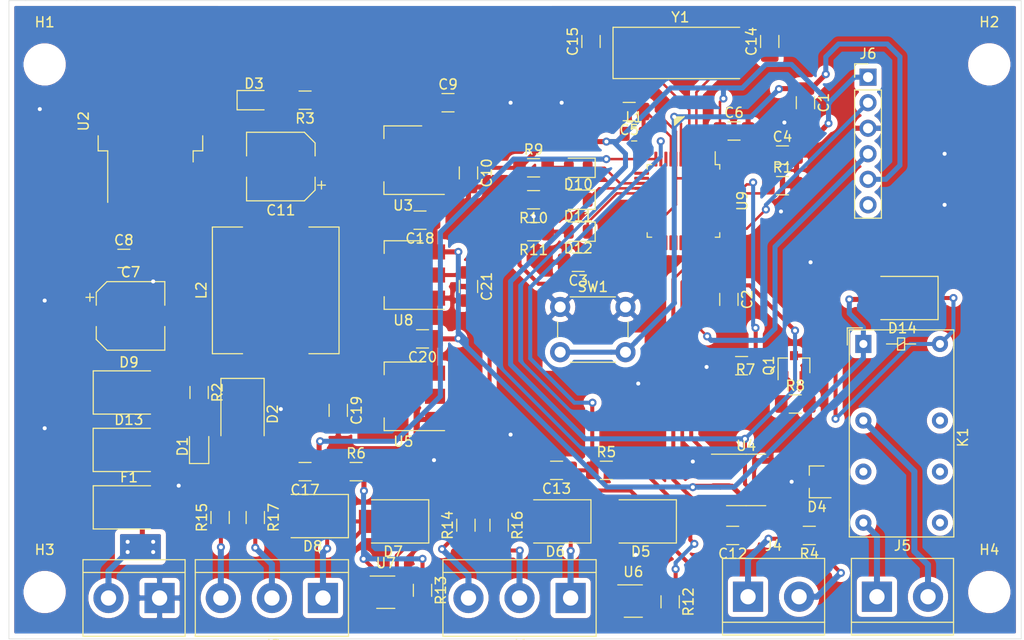
<source format=kicad_pcb>
(kicad_pcb (version 20171130) (host pcbnew "(5.1.2)-1")
  (layers (0 F.Cu signal) (31 B.Cu signal) (34 B.Paste user) (35 F.Paste user hide) (36 B.SilkS user) (37 F.SilkS user hide) (38 B.Mask user) (39 F.Mask user hide) (44 Edge.Cuts user))
  (net 0 "")
  (net 1 SW_GND)
  (net 2 NRST)
  (net 3 SW_VDDtarget)
  (net 4 "Net-(C5-Pad1)")
  (net 5 +12V)
  (net 6 +5V)
  (net 7 "Net-(D1-Pad2)")
  (net 8 "Net-(D2-Pad1)")
  (net 9 "Net-(D3-Pad2)")
  (net 10 SWCLK)
  (net 11 SWDIO)
  (net 12 "Net-(J6-Pad6)")
  (net 13 "Net-(R1-Pad1)")
  (net 14 "Net-(C14-Pad1)")
  (net 15 "Net-(C15-Pad1)")
  (net 16 "Net-(D7-Pad2)")
  (net 17 "Net-(D10-Pad2)")
  (net 18 "Net-(D11-Pad2)")
  (net 19 "Net-(D12-Pad2)")
  (net 20 USART_TX)
  (net 21 USART_RX)
  (net 22 "Net-(D10-Pad1)")
  (net 23 "Net-(D11-Pad1)")
  (net 24 "Net-(D12-Pad1)")
  (net 25 Ain0)
  (net 26 Ain1)
  (net 27 +3.3VADC)
  (net 28 +3.3VA)
  (net 29 CAN_H)
  (net 30 CAN_L)
  (net 31 "Net-(D5-Pad2)")
  (net 32 "Net-(D14-Pad1)")
  (net 33 "Net-(F1-Pad2)")
  (net 34 "Net-(J1-Pad2)")
  (net 35 "Net-(J2-Pad2)")
  (net 36 SAFETY2)
  (net 37 SAFETY1)
  (net 38 "Net-(K1-Pad12)")
  (net 39 "Net-(K1-Pad24)")
  (net 40 "Net-(K1-Pad22)")
  (net 41 "Net-(K1-Pad21)")
  (net 42 "Net-(Q1-Pad1)")
  (net 43 EN_RELAY)
  (net 44 "Net-(R12-Pad2)")
  (net 45 "Net-(R13-Pad2)")
  (net 46 CAN_TX)
  (net 47 CAN_RX)
  (net 48 "Net-(R12-Pad1)")
  (net 49 "Net-(R13-Pad1)")
  (net 50 "Net-(J1-Pad3)")
  (net 51 "Net-(J2-Pad3)")
  (net 52 "Net-(U9-Pad2)")
  (net 53 "Net-(U9-Pad3)")
  (net 54 "Net-(U9-Pad4)")
  (net 55 "Net-(U9-Pad10)")
  (net 56 "Net-(U9-Pad13)")
  (net 57 "Net-(U9-Pad14)")
  (net 58 "Net-(U9-Pad18)")
  (net 59 "Net-(U9-Pad19)")
  (net 60 "Net-(U9-Pad20)")
  (net 61 "Net-(U9-Pad21)")
  (net 62 "Net-(U9-Pad22)")
  (net 63 "Net-(U9-Pad25)")
  (net 64 "Net-(U9-Pad26)")
  (net 65 "Net-(U9-Pad27)")
  (net 66 "Net-(U9-Pad28)")
  (net 67 "Net-(U9-Pad29)")
  (net 68 "Net-(U9-Pad38)")
  (net 69 "Net-(U9-Pad39)")
  (net 70 "Net-(U9-Pad40)")
  (net 71 "Net-(U9-Pad41)")
  (net 72 "Net-(U9-Pad42)")
  (net 73 "Net-(U9-Pad43)")
  (net 74 "Net-(U9-Pad46)")
  (module TerminalBlock:TerminalBlock_bornier-2_P5.08mm (layer F.Cu) (at 153.289 132.969)
    (fp_text reference J5 (at 2.54 -5.08) (layer F.SilkS))
    (fp_text value Screw_Terminal_01x02)
    (pad 2 thru_hole circle (at 5.08 0) (size 3 3) (drill 1.52) (layers *.Cu *.Mask) (net 36 SAFETY2))
    (pad 1 thru_hole rect (at 0 0) (size 3 3) (drill 1.52) (layers *.Cu *.Mask) (net 37 SAFETY1))
  )
  (module TerminalBlock:TerminalBlock_bornier-3_P5.08mm (layer F.Cu) (at 98.171 133.096 180)
    (fp_text reference J2 (at 5.05 -4.65) (layer F.SilkS))
    (fp_text value Screw_Terminal_01x03)
    (pad 3 thru_hole circle (at 10.16 0 180) (size 3 3) (drill 1.52) (layers *.Cu *.Mask) (net 51 "Net-(J2-Pad3)"))
    (pad 2 thru_hole circle (at 5.08 0 180) (size 3 3) (drill 1.52) (layers *.Cu *.Mask) (net 35 "Net-(J2-Pad2)"))
    (pad 1 thru_hole rect (at 0 0 180) (size 3 3) (drill 1.52) (layers *.Cu *.Mask) (net 16 "Net-(D7-Pad2)"))
  )
  (module TerminalBlock:TerminalBlock_bornier-3_P5.08mm (layer F.Cu) (at 122.809 133.096 180)
    (fp_text reference J1 (at 5.05 -4.65) (layer F.SilkS))
    (fp_text value Screw_Terminal_01x03)
    (pad 3 thru_hole circle (at 10.16 0 180) (size 3 3) (drill 1.52) (layers *.Cu *.Mask) (net 50 "Net-(J1-Pad3)"))
    (pad 2 thru_hole circle (at 5.08 0 180) (size 3 3) (drill 1.52) (layers *.Cu *.Mask) (net 34 "Net-(J1-Pad2)"))
    (pad 1 thru_hole rect (at 0 0 180) (size 3 3) (drill 1.52) (layers *.Cu *.Mask) (net 31 "Net-(D5-Pad2)"))
  )
  (module Resistor_SMD:R_1206_3216Metric (layer F.Cu) (at 91.44 125.09 270)
    (fp_text reference R17 (at 0 -1.82 90) (layer F.SilkS))
    (fp_text value 0R)
    (pad 2 smd roundrect (at 1.4 0 270) (size 1.25 1.75) (layers F.Cu F.Paste F.Mask) (roundrect_rratio 0.2) (net 35 "Net-(J2-Pad2)"))
    (pad 1 smd roundrect (at -1.4 0 270) (size 1.25 1.75) (layers F.Cu F.Paste F.Mask) (roundrect_rratio 0.2) (net 1 SW_GND))
  )
  (module Resistor_SMD:R_1206_3216Metric (layer F.Cu) (at 115.697 125.854 270)
    (fp_text reference R16 (at 0 -1.82 90) (layer F.SilkS))
    (fp_text value 0R)
    (pad 2 smd roundrect (at 1.4 0 270) (size 1.25 1.75) (layers F.Cu F.Paste F.Mask) (roundrect_rratio 0.2) (net 34 "Net-(J1-Pad2)"))
    (pad 1 smd roundrect (at -1.4 0 270) (size 1.25 1.75) (layers F.Cu F.Paste F.Mask) (roundrect_rratio 0.2) (net 1 SW_GND))
  )
  (module Resistor_SMD:R_1206_3216Metric (layer F.Cu) (at 87.941 125.087 90)
    (fp_text reference R15 (at 0 -1.82 90) (layer F.SilkS))
    (fp_text value 0R)
    (pad 2 smd roundrect (at 1.4 0 90) (size 1.25 1.75) (layers F.Cu F.Paste F.Mask) (roundrect_rratio 0.2) (net 27 +3.3VADC))
    (pad 1 smd roundrect (at -1.4 0 90) (size 1.25 1.75) (layers F.Cu F.Paste F.Mask) (roundrect_rratio 0.2) (net 51 "Net-(J2-Pad3)"))
  )
  (module Resistor_SMD:R_1206_3216Metric (layer F.Cu) (at 112.395 125.854 90)
    (fp_text reference R14 (at 0 -1.82 90) (layer F.SilkS))
    (fp_text value 0R)
    (pad 2 smd roundrect (at 1.4 0 90) (size 1.25 1.75) (layers F.Cu F.Paste F.Mask) (roundrect_rratio 0.2) (net 28 +3.3VA))
    (pad 1 smd roundrect (at -1.4 0 90) (size 1.25 1.75) (layers F.Cu F.Paste F.Mask) (roundrect_rratio 0.2) (net 50 "Net-(J1-Pad3)"))
  )
  (module Crystal:Crystal_SMD_HC49-SD (layer F.Cu) (at 133.731 78.867)
    (fp_text reference Y1 (at 0 -3.55) (layer F.SilkS))
    (fp_text value "Crystal 8 MHz")
    (pad 2 smd rect (at 4.25 0) (size 4.5 2) (layers F.Cu F.Paste F.Mask) (net 14 "Net-(C14-Pad1)"))
    (pad 1 smd rect (at -4.25 0) (size 4.5 2) (layers F.Cu F.Paste F.Mask) (net 15 "Net-(C15-Pad1)"))
  )
  (module Package_TO_SOT_SMD:SOT-223-3_TabPin2 (layer F.Cu) (at 106.172 100.965 180)
    (fp_text reference U8 (at 0 -4.5) (layer F.SilkS))
    (fp_text value LM1117-3.3)
    (pad 1 smd rect (at -3.15 -2.3 180) (size 2 1.5) (layers F.Cu F.Paste F.Mask) (net 1 SW_GND))
    (pad 3 smd rect (at -3.15 2.3 180) (size 2 1.5) (layers F.Cu F.Paste F.Mask) (net 6 +5V))
    (pad 2 smd rect (at -3.15 0 180) (size 2 1.5) (layers F.Cu F.Paste F.Mask) (net 28 +3.3VA))
    (pad 2 smd rect (at 3.15 0 180) (size 2 3.8) (layers F.Cu F.Paste F.Mask) (net 28 +3.3VA))
  )
  (module Package_TO_SOT_SMD:SOT-23-5 (layer F.Cu) (at 104.42 132.52)
    (fp_text reference U7 (at 0 -2.9) (layer F.SilkS))
    (fp_text value MCP6001-OT)
    (pad 5 smd rect (at 1.1 -0.95) (size 1.06 0.65) (layers F.Cu F.Paste F.Mask) (net 27 +3.3VADC))
    (pad 4 smd rect (at 1.1 0.95) (size 1.06 0.65) (layers F.Cu F.Paste F.Mask) (net 45 "Net-(R13-Pad2)"))
    (pad 3 smd rect (at -1.1 0.95) (size 1.06 0.65) (layers F.Cu F.Paste F.Mask) (net 16 "Net-(D7-Pad2)"))
    (pad 2 smd rect (at -1.1 0) (size 1.06 0.65) (layers F.Cu F.Paste F.Mask) (net 1 SW_GND))
    (pad 1 smd rect (at -1.1 -0.95) (size 1.06 0.65) (layers F.Cu F.Paste F.Mask) (net 49 "Net-(R13-Pad1)"))
  )
  (module Package_TO_SOT_SMD:SOT-23-5 (layer F.Cu) (at 129.05 133.4)
    (fp_text reference U6 (at 0 -2.9) (layer F.SilkS))
    (fp_text value MCP6001-OT)
    (pad 5 smd rect (at 1.1 -0.95) (size 1.06 0.65) (layers F.Cu F.Paste F.Mask) (net 28 +3.3VA))
    (pad 4 smd rect (at 1.1 0.95) (size 1.06 0.65) (layers F.Cu F.Paste F.Mask) (net 44 "Net-(R12-Pad2)"))
    (pad 3 smd rect (at -1.1 0.95) (size 1.06 0.65) (layers F.Cu F.Paste F.Mask) (net 31 "Net-(D5-Pad2)"))
    (pad 2 smd rect (at -1.1 0) (size 1.06 0.65) (layers F.Cu F.Paste F.Mask) (net 1 SW_GND))
    (pad 1 smd rect (at -1.1 -0.95) (size 1.06 0.65) (layers F.Cu F.Paste F.Mask) (net 48 "Net-(R12-Pad1)"))
  )
  (module Package_TO_SOT_SMD:SOT-223-3_TabPin2 (layer F.Cu) (at 106.172 113.03 180)
    (fp_text reference U5 (at 0 -4.5) (layer F.SilkS))
    (fp_text value LM1117-3.3)
    (pad 1 smd rect (at -3.15 -2.3 180) (size 2 1.5) (layers F.Cu F.Paste F.Mask) (net 1 SW_GND))
    (pad 3 smd rect (at -3.15 2.3 180) (size 2 1.5) (layers F.Cu F.Paste F.Mask) (net 6 +5V))
    (pad 2 smd rect (at -3.15 0 180) (size 2 1.5) (layers F.Cu F.Paste F.Mask) (net 27 +3.3VADC))
    (pad 2 smd rect (at 3.15 0 180) (size 2 3.8) (layers F.Cu F.Paste F.Mask) (net 27 +3.3VADC))
  )
  (module Package_SO:SOIC-8_3.9x4.9mm_P1.27mm (layer F.Cu) (at 140.273 121.349)
    (fp_text reference U4 (at 0 -3.4) (layer F.SilkS))
    (fp_text value MCP2562-H-SN)
    (pad 8 smd roundrect (at 2.475 -1.905) (size 1.95 0.6) (layers F.Cu F.Paste F.Mask) (net 1 SW_GND))
    (pad 7 smd roundrect (at 2.475 -0.635) (size 1.95 0.6) (layers F.Cu F.Paste F.Mask) (net 29 CAN_H))
    (pad 6 smd roundrect (at 2.475 0.635) (size 1.95 0.6) (layers F.Cu F.Paste F.Mask) (net 30 CAN_L))
    (pad 5 smd roundrect (at 2.475 1.905) (size 1.95 0.6) (layers F.Cu F.Paste F.Mask) (net 3 SW_VDDtarget))
    (pad 4 smd roundrect (at -2.475 1.905) (size 1.95 0.6) (layers F.Cu F.Paste F.Mask) (net 47 CAN_RX))
    (pad 3 smd roundrect (at -2.475 0.635) (size 1.95 0.6) (layers F.Cu F.Paste F.Mask) (net 6 +5V))
    (pad 2 smd roundrect (at -2.475 -0.635) (size 1.95 0.6) (layers F.Cu F.Paste F.Mask) (net 1 SW_GND))
    (pad 1 smd roundrect (at -2.475 -1.905) (size 1.95 0.6) (layers F.Cu F.Paste F.Mask) (net 46 CAN_TX))
  )
  (module Package_TO_SOT_SMD:SOT-223-3_TabPin2 (layer F.Cu) (at 106.147 89.535 180)
    (fp_text reference U3 (at 0 -4.5) (layer F.SilkS))
    (fp_text value LM1117-3.3)
    (pad 1 smd rect (at -3.15 -2.3 180) (size 2 1.5) (layers F.Cu F.Paste F.Mask) (net 1 SW_GND))
    (pad 3 smd rect (at -3.15 2.3 180) (size 2 1.5) (layers F.Cu F.Paste F.Mask) (net 6 +5V))
    (pad 2 smd rect (at -3.15 0 180) (size 2 1.5) (layers F.Cu F.Paste F.Mask) (net 3 SW_VDDtarget))
    (pad 2 smd rect (at 3.15 0 180) (size 2 3.8) (layers F.Cu F.Paste F.Mask) (net 3 SW_VDDtarget))
  )
  (module Package_TO_SOT_SMD:TO-263-5_TabPin3 (layer F.Cu) (at 81.007 85.659 90)
    (fp_text reference U2 (at 0 -6.65 90) (layer F.SilkS))
    (fp_text value LM2596S-5)
    (pad 3 smd rect (at 3.375 0 90) (size 9.4 10.8) (layers F.Cu F.Mask) (net 1 SW_GND))
    (pad 5 smd rect (at -5.775 3.4 90) (size 4.6 1.1) (layers F.Cu F.Paste F.Mask) (net 1 SW_GND))
    (pad 4 smd rect (at -5.775 1.7 90) (size 4.6 1.1) (layers F.Cu F.Paste F.Mask) (net 6 +5V))
    (pad 3 smd rect (at -5.775 0 90) (size 4.6 1.1) (layers F.Cu F.Paste F.Mask) (net 1 SW_GND))
    (pad 2 smd rect (at -5.775 -1.7 90) (size 4.6 1.1) (layers F.Cu F.Paste F.Mask) (net 8 "Net-(D2-Pad1)"))
    (pad 1 smd rect (at -5.775 -3.4 90) (size 4.6 1.1) (layers F.Cu F.Paste F.Mask) (net 5 +12V))
  )
  (module Button_Switch_THT:SW_PUSH_6mm (layer F.Cu) (at 121.77 104.14)
    (fp_text reference SW1 (at 3.25 -2) (layer F.SilkS))
    (fp_text value SW_Push)
    (pad 1 thru_hole circle (at 6.5 0 90) (size 2 2) (drill 1.1) (layers *.Cu *.Mask) (net 1 SW_GND))
    (pad 2 thru_hole circle (at 6.5 4.5 90) (size 2 2) (drill 1.1) (layers *.Cu *.Mask) (net 2 NRST))
    (pad 1 thru_hole circle (at 0 0 90) (size 2 2) (drill 1.1) (layers *.Cu *.Mask) (net 1 SW_GND))
    (pad 2 thru_hole circle (at 0 4.5 90) (size 2 2) (drill 1.1) (layers *.Cu *.Mask) (net 2 NRST))
  )
  (module Resistor_SMD:R_1206_3216Metric (layer F.Cu) (at 108.077 132.331 270)
    (fp_text reference R13 (at 0 -1.82 90) (layer F.SilkS))
    (fp_text value 300R)
    (pad 2 smd roundrect (at 1.4 0 270) (size 1.25 1.75) (layers F.Cu F.Paste F.Mask) (roundrect_rratio 0.2) (net 45 "Net-(R13-Pad2)"))
    (pad 1 smd roundrect (at -1.4 0 270) (size 1.25 1.75) (layers F.Cu F.Paste F.Mask) (roundrect_rratio 0.2) (net 49 "Net-(R13-Pad1)"))
  )
  (module Resistor_SMD:R_1206_3216Metric (layer F.Cu) (at 132.715 133.474 270)
    (fp_text reference R12 (at 0 -1.82 90) (layer F.SilkS))
    (fp_text value 300R)
    (pad 2 smd roundrect (at 1.4 0 270) (size 1.25 1.75) (layers F.Cu F.Paste F.Mask) (roundrect_rratio 0.2) (net 44 "Net-(R12-Pad2)"))
    (pad 1 smd roundrect (at -1.4 0 270) (size 1.25 1.75) (layers F.Cu F.Paste F.Mask) (roundrect_rratio 0.2) (net 48 "Net-(R12-Pad1)"))
  )
  (module Resistor_SMD:R_1206_3216Metric (layer F.Cu) (at 119.126 96.647 180)
    (fp_text reference R11 (at 0 -1.82) (layer F.SilkS))
    (fp_text value R)
    (pad 2 smd roundrect (at 1.4 0 180) (size 1.25 1.75) (layers F.Cu F.Paste F.Mask) (roundrect_rratio 0.2) (net 3 SW_VDDtarget))
    (pad 1 smd roundrect (at -1.4 0 180) (size 1.25 1.75) (layers F.Cu F.Paste F.Mask) (roundrect_rratio 0.2) (net 19 "Net-(D12-Pad2)"))
  )
  (module Resistor_SMD:R_1206_3216Metric (layer F.Cu) (at 119.126 93.472 180)
    (fp_text reference R10 (at 0 -1.82) (layer F.SilkS))
    (fp_text value R)
    (pad 2 smd roundrect (at 1.4 0 180) (size 1.25 1.75) (layers F.Cu F.Paste F.Mask) (roundrect_rratio 0.2) (net 3 SW_VDDtarget))
    (pad 1 smd roundrect (at -1.4 0 180) (size 1.25 1.75) (layers F.Cu F.Paste F.Mask) (roundrect_rratio 0.2) (net 18 "Net-(D11-Pad2)"))
  )
  (module Resistor_SMD:R_1206_3216Metric (layer F.Cu) (at 119.126 90.297)
    (fp_text reference R9 (at 0 -1.82) (layer F.SilkS))
    (fp_text value R)
    (pad 2 smd roundrect (at 1.4 0) (size 1.25 1.75) (layers F.Cu F.Paste F.Mask) (roundrect_rratio 0.2) (net 17 "Net-(D10-Pad2)"))
    (pad 1 smd roundrect (at -1.4 0) (size 1.25 1.75) (layers F.Cu F.Paste F.Mask) (roundrect_rratio 0.2) (net 3 SW_VDDtarget))
  )
  (module Resistor_SMD:R_1206_3216Metric (layer F.Cu) (at 145.164 113.792)
    (fp_text reference R8 (at 0 -1.82) (layer F.SilkS))
    (fp_text value 10k)
    (pad 2 smd roundrect (at 1.4 0) (size 1.25 1.75) (layers F.Cu F.Paste F.Mask) (roundrect_rratio 0.2) (net 1 SW_GND))
    (pad 1 smd roundrect (at -1.4 0) (size 1.25 1.75) (layers F.Cu F.Paste F.Mask) (roundrect_rratio 0.2) (net 42 "Net-(Q1-Pad1)"))
  )
  (module Resistor_SMD:R_1206_3216Metric (layer F.Cu) (at 139.824 109.982)
    (fp_text reference R7 (at 0.384 0.381) (layer F.SilkS))
    (fp_text value 100R)
    (pad 2 smd roundrect (at 1.4 0) (size 1.25 1.75) (layers F.Cu F.Paste F.Mask) (roundrect_rratio 0.2) (net 43 EN_RELAY))
    (pad 1 smd roundrect (at -1.4 0) (size 1.25 1.75) (layers F.Cu F.Paste F.Mask) (roundrect_rratio 0.2) (net 42 "Net-(Q1-Pad1)"))
  )
  (module Resistor_SMD:R_1206_3216Metric (layer F.Cu) (at 101.47 120.523)
    (fp_text reference R6 (at 0 -1.82) (layer F.SilkS))
    (fp_text value 300R)
    (pad 2 smd roundrect (at 1.4 0) (size 1.25 1.75) (layers F.Cu F.Paste F.Mask) (roundrect_rratio 0.2) (net 49 "Net-(R13-Pad1)"))
    (pad 1 smd roundrect (at -1.4 0) (size 1.25 1.75) (layers F.Cu F.Paste F.Mask) (roundrect_rratio 0.2) (net 26 Ain1))
  )
  (module Resistor_SMD:R_1206_3216Metric (layer F.Cu) (at 126.365 120.396)
    (fp_text reference R5 (at 0 -1.82) (layer F.SilkS))
    (fp_text value 300R)
    (pad 2 smd roundrect (at 1.4 0) (size 1.25 1.75) (layers F.Cu F.Paste F.Mask) (roundrect_rratio 0.2) (net 48 "Net-(R12-Pad1)"))
    (pad 1 smd roundrect (at -1.4 0) (size 1.25 1.75) (layers F.Cu F.Paste F.Mask) (roundrect_rratio 0.2) (net 25 Ain0))
  )
  (module Resistor_SMD:R_1206_3216Metric (layer F.Cu) (at 146.558 126.873 180)
    (fp_text reference R4 (at 0 -1.82) (layer F.SilkS))
    (fp_text value 120R)
    (pad 2 smd roundrect (at 1.4 0 180) (size 1.25 1.75) (layers F.Cu F.Paste F.Mask) (roundrect_rratio 0.2) (net 30 CAN_L))
    (pad 1 smd roundrect (at -1.4 0 180) (size 1.25 1.75) (layers F.Cu F.Paste F.Mask) (roundrect_rratio 0.2) (net 29 CAN_H))
  )
  (module Resistor_SMD:R_1206_3216Metric (layer F.Cu) (at 96.393 83.566 180)
    (fp_text reference R3 (at 0 -1.82) (layer F.SilkS))
    (fp_text value R)
    (pad 2 smd roundrect (at 1.4 0 180) (size 1.25 1.75) (layers F.Cu F.Paste F.Mask) (roundrect_rratio 0.2) (net 9 "Net-(D3-Pad2)"))
    (pad 1 smd roundrect (at -1.4 0 180) (size 1.25 1.75) (layers F.Cu F.Paste F.Mask) (roundrect_rratio 0.2) (net 6 +5V))
  )
  (module Resistor_SMD:R_1206_3216Metric (layer F.Cu) (at 85.852 112.649 270)
    (fp_text reference R2 (at 0 -1.82 90) (layer F.SilkS))
    (fp_text value R)
    (pad 2 smd roundrect (at 1.4 0 270) (size 1.25 1.75) (layers F.Cu F.Paste F.Mask) (roundrect_rratio 0.2) (net 7 "Net-(D1-Pad2)"))
    (pad 1 smd roundrect (at -1.4 0 270) (size 1.25 1.75) (layers F.Cu F.Paste F.Mask) (roundrect_rratio 0.2) (net 5 +12V))
  )
  (module Resistor_SMD:R_1206_3216Metric (layer F.Cu) (at 143.891 92.075)
    (fp_text reference R1 (at 0 -1.82) (layer F.SilkS))
    (fp_text value R_Small)
    (pad 2 smd roundrect (at 1.4 0) (size 1.25 1.75) (layers F.Cu F.Paste F.Mask) (roundrect_rratio 0.2) (net 1 SW_GND))
    (pad 1 smd roundrect (at -1.4 0) (size 1.25 1.75) (layers F.Cu F.Paste F.Mask) (roundrect_rratio 0.2) (net 13 "Net-(R1-Pad1)"))
  )
  (module Package_TO_SOT_SMD:SOT-23 (layer F.Cu) (at 145.034 109.982 90)
    (fp_text reference Q1 (at 0 -2.5 90) (layer F.SilkS))
    (fp_text value BSS138)
    (pad 3 smd rect (at 1 0 90) (size 0.9 0.8) (layers F.Cu F.Paste F.Mask) (net 32 "Net-(D14-Pad1)"))
    (pad 2 smd rect (at -1 0.95 90) (size 0.9 0.8) (layers F.Cu F.Paste F.Mask) (net 1 SW_GND))
    (pad 1 smd rect (at -1 -0.95 90) (size 0.9 0.8) (layers F.Cu F.Paste F.Mask) (net 42 "Net-(Q1-Pad1)"))
  )
  (module Inductor_SMD:L_12x12mm_H8mm (layer F.Cu) (at 93.472 102.489 90)
    (fp_text reference L2 (at 0 -7.4 90) (layer F.SilkS))
    (fp_text value 33u)
    (pad 2 smd rect (at 4.95 0 90) (size 2.9 5.4) (layers F.Cu F.Paste F.Mask) (net 6 +5V))
    (pad 1 smd rect (at -4.95 0 90) (size 2.9 5.4) (layers F.Cu F.Paste F.Mask) (net 8 "Net-(D2-Pad1)"))
  )
  (module Inductor_SMD:L_0805_2012Metric (layer F.Cu) (at 129.1355 86.915)
    (fp_text reference L1 (at 0 -1.65) (layer F.SilkS))
    (fp_text value L)
    (pad 2 smd roundrect (at 0.9375 0) (size 0.975 1.4) (layers F.Cu F.Paste F.Mask) (net 4 "Net-(C5-Pad1)"))
    (pad 1 smd roundrect (at -0.9375 0) (size 0.975 1.4) (layers F.Cu F.Paste F.Mask) (net 3 SW_VDDtarget))
  )
  (module Relay_THT:Relay_DPDT_Finder_30.22 (layer F.Cu) (at 151.939 107.823 270)
    (fp_text reference K1 (at 9.3 -9.9 90) (layer F.SilkS))
    (fp_text value FINDER-30.22)
    (pad 12 thru_hole circle (at 12.7 0) (size 1.6 1.6) (drill 0.8) (layers *.Cu *.Mask) (net 38 "Net-(K1-Pad12)"))
    (pad 14 thru_hole circle (at 17.78 0) (size 1.6 1.6) (drill 0.8) (layers *.Cu *.Mask) (net 37 SAFETY1))
    (pad 11 thru_hole circle (at 7.62 0) (size 1.6 1.6) (drill 0.8) (layers *.Cu *.Mask) (net 36 SAFETY2))
    (pad A2 thru_hole circle (at 0 -7.62) (size 1.6 1.6) (drill 0.8) (layers *.Cu *.Mask) (net 32 "Net-(D14-Pad1)"))
    (pad A1 thru_hole rect (at 0 0) (size 1.6 1.8) (drill 0.8) (layers *.Cu *.Mask) (net 6 +5V))
    (pad 24 thru_hole circle (at 17.78 -7.62 90) (size 1.6 1.6) (drill 0.8) (layers *.Cu *.Mask) (net 39 "Net-(K1-Pad24)"))
    (pad 22 thru_hole circle (at 12.7 -7.62) (size 1.6 1.6) (drill 0.8) (layers *.Cu *.Mask) (net 40 "Net-(K1-Pad22)"))
    (pad 21 thru_hole circle (at 7.62 -7.62) (size 1.6 1.6) (drill 0.8) (layers *.Cu *.Mask) (net 41 "Net-(K1-Pad21)"))
  )
  (module Connector_PinHeader_2.54mm:PinHeader_1x06_P2.54mm_Vertical (layer F.Cu) (at 152.4 81.28)
    (fp_text reference J6 (at 0 -2.33) (layer F.SilkS))
    (fp_text value Conn_01x06_Male)
    (pad 6 thru_hole oval (at 0 12.7) (size 1.7 1.7) (drill 1) (layers *.Cu *.Mask) (net 12 "Net-(J6-Pad6)"))
    (pad 5 thru_hole oval (at 0 10.16) (size 1.7 1.7) (drill 1) (layers *.Cu *.Mask) (net 2 NRST))
    (pad 4 thru_hole oval (at 0 7.62) (size 1.7 1.7) (drill 1) (layers *.Cu *.Mask) (net 11 SWDIO))
    (pad 3 thru_hole oval (at 0 5.08) (size 1.7 1.7) (drill 1) (layers *.Cu *.Mask) (net 1 SW_GND))
    (pad 2 thru_hole oval (at 0 2.54) (size 1.7 1.7) (drill 1) (layers *.Cu *.Mask) (net 10 SWCLK))
    (pad 1 thru_hole rect (at 0 0) (size 1.7 1.7) (drill 1) (layers *.Cu *.Mask) (net 3 SW_VDDtarget))
  )
  (module TerminalBlock:TerminalBlock_bornier-2_P5.08mm (layer F.Cu) (at 140.462 132.969)
    (fp_text reference J4 (at 2.54 -5.08) (layer F.SilkS))
    (fp_text value Screw_Terminal_01x02)
    (pad 2 thru_hole circle (at 5.08 0) (size 3 3) (drill 1.52) (layers *.Cu *.Mask) (net 29 CAN_H))
    (pad 1 thru_hole rect (at 0 0) (size 3 3) (drill 1.52) (layers *.Cu *.Mask) (net 30 CAN_L))
  )
  (module TerminalBlock:TerminalBlock_bornier-2_P5.08mm (layer F.Cu) (at 81.915 133.096 180)
    (fp_text reference J3 (at 2.54 -5.08) (layer F.SilkS))
    (fp_text value Screw_Terminal_01x02)
    (pad 2 thru_hole circle (at 5.08 0 180) (size 3 3) (drill 1.52) (layers *.Cu *.Mask) (net 33 "Net-(F1-Pad2)"))
    (pad 1 thru_hole rect (at 0 0 180) (size 3 3) (drill 1.52) (layers *.Cu *.Mask) (net 1 SW_GND))
  )
  (module Diode_SMD:D_SMB (layer F.Cu) (at 78.867 124.079)
    (fp_text reference F1 (at 0 -3) (layer F.SilkS))
    (fp_text value Polyfuse)
    (pad 2 smd rect (at 2.15 0) (size 2.5 2.3) (layers F.Cu F.Paste F.Mask) (net 33 "Net-(F1-Pad2)"))
    (pad 1 smd rect (at -2.15 0) (size 2.5 2.3) (layers F.Cu F.Paste F.Mask) (net 5 +12V))
  )
  (module Diode_SMD:D_SMB (layer F.Cu) (at 155.82 103.251 180)
    (fp_text reference D14 (at 0 -3) (layer F.SilkS))
    (fp_text value DIODE)
    (pad 2 smd rect (at 2.15 0 180) (size 2.5 2.3) (layers F.Cu F.Paste F.Mask) (net 6 +5V))
    (pad 1 smd rect (at -2.15 0 180) (size 2.5 2.3) (layers F.Cu F.Paste F.Mask) (net 32 "Net-(D14-Pad1)"))
  )
  (module Diode_SMD:D_SMB (layer F.Cu) (at 78.858 118.364)
    (fp_text reference D13 (at 0 -3) (layer F.SilkS))
    (fp_text value D_Schottky)
    (pad 2 smd rect (at 2.15 0) (size 2.5 2.3) (layers F.Cu F.Paste F.Mask) (net 1 SW_GND))
    (pad 1 smd rect (at -2.15 0) (size 2.5 2.3) (layers F.Cu F.Paste F.Mask) (net 5 +12V))
  )
  (module LED_SMD:LED_0805_2012Metric (layer F.Cu) (at 123.571 96.647 180)
    (fp_text reference D12 (at 0 -1.65) (layer F.SilkS))
    (fp_text value LED)
    (pad 2 smd roundrect (at 0.9375 0 180) (size 0.975 1.4) (layers F.Cu F.Paste F.Mask) (net 19 "Net-(D12-Pad2)"))
    (pad 1 smd roundrect (at -0.9375 0 180) (size 0.975 1.4) (layers F.Cu F.Paste F.Mask) (net 24 "Net-(D12-Pad1)"))
  )
  (module LED_SMD:LED_0805_2012Metric (layer F.Cu) (at 123.571 93.472 180)
    (fp_text reference D11 (at 0 -1.65) (layer F.SilkS))
    (fp_text value LED)
    (pad 2 smd roundrect (at 0.9375 0 180) (size 0.975 1.4) (layers F.Cu F.Paste F.Mask) (net 18 "Net-(D11-Pad2)"))
    (pad 1 smd roundrect (at -0.9375 0 180) (size 0.975 1.4) (layers F.Cu F.Paste F.Mask) (net 23 "Net-(D11-Pad1)"))
  )
  (module LED_SMD:LED_0805_2012Metric (layer F.Cu) (at 123.571 90.297 180)
    (fp_text reference D10 (at 0 -1.65) (layer F.SilkS))
    (fp_text value LED)
    (pad 2 smd roundrect (at 0.9375 0 180) (size 0.975 1.4) (layers F.Cu F.Paste F.Mask) (net 17 "Net-(D10-Pad2)"))
    (pad 1 smd roundrect (at -0.9375 0 180) (size 0.975 1.4) (layers F.Cu F.Paste F.Mask) (net 22 "Net-(D10-Pad1)"))
  )
  (module Diode_SMD:D_SMB (layer F.Cu) (at 78.867 112.649)
    (fp_text reference D9 (at 0 -3) (layer F.SilkS))
    (fp_text value D_Zener)
    (pad 2 smd rect (at 2.15 0) (size 2.5 2.3) (layers F.Cu F.Paste F.Mask) (net 1 SW_GND))
    (pad 1 smd rect (at -2.15 0) (size 2.5 2.3) (layers F.Cu F.Paste F.Mask) (net 5 +12V))
  )
  (module Diode_SMD:D_SMB (layer F.Cu) (at 97.152 124.946 180)
    (fp_text reference D8 (at 0 -3) (layer F.SilkS))
    (fp_text value D_Schottky)
    (pad 2 smd rect (at 2.15 0 180) (size 2.5 2.3) (layers F.Cu F.Paste F.Mask) (net 1 SW_GND))
    (pad 1 smd rect (at -2.15 0 180) (size 2.5 2.3) (layers F.Cu F.Paste F.Mask) (net 16 "Net-(D7-Pad2)"))
  )
  (module Diode_SMD:D_SMB (layer F.Cu) (at 105.147 125.476 180)
    (fp_text reference D7 (at 0 -3) (layer F.SilkS))
    (fp_text value D_Schottky)
    (pad 2 smd rect (at 2.15 0 180) (size 2.5 2.3) (layers F.Cu F.Paste F.Mask) (net 16 "Net-(D7-Pad2)"))
    (pad 1 smd rect (at -2.15 0 180) (size 2.5 2.3) (layers F.Cu F.Paste F.Mask) (net 27 +3.3VADC))
  )
  (module Diode_SMD:D_SMB (layer F.Cu) (at 121.285 125.476 180)
    (fp_text reference D6 (at 0 -3) (layer F.SilkS))
    (fp_text value D_Schottky)
    (pad 2 smd rect (at 2.15 0 180) (size 2.5 2.3) (layers F.Cu F.Paste F.Mask) (net 1 SW_GND))
    (pad 1 smd rect (at -2.15 0 180) (size 2.5 2.3) (layers F.Cu F.Paste F.Mask) (net 31 "Net-(D5-Pad2)"))
  )
  (module Diode_SMD:D_SMB (layer F.Cu) (at 129.785 125.476 180)
    (fp_text reference D5 (at 0 -3) (layer F.SilkS))
    (fp_text value D_Schottky)
    (pad 2 smd rect (at 2.15 0 180) (size 2.5 2.3) (layers F.Cu F.Paste F.Mask) (net 31 "Net-(D5-Pad2)"))
    (pad 1 smd rect (at -2.15 0 180) (size 2.5 2.3) (layers F.Cu F.Paste F.Mask) (net 28 +3.3VA))
  )
  (module Package_TO_SOT_SMD:SOT-23 (layer F.Cu) (at 147.32 121.539 180)
    (fp_text reference D4 (at 0 -2.5) (layer F.SilkS))
    (fp_text value PESD2CAN.215)
    (pad 3 smd rect (at 1 0 180) (size 0.9 0.8) (layers F.Cu F.Paste F.Mask) (net 1 SW_GND))
    (pad 2 smd rect (at -1 0.95 180) (size 0.9 0.8) (layers F.Cu F.Paste F.Mask) (net 29 CAN_H))
    (pad 1 smd rect (at -1 -0.95 180) (size 0.9 0.8) (layers F.Cu F.Paste F.Mask) (net 30 CAN_L))
  )
  (module LED_SMD:LED_0805_2012Metric (layer F.Cu) (at 91.313 83.566)
    (fp_text reference D3 (at 0 -1.65) (layer F.SilkS))
    (fp_text value LED)
    (pad 2 smd roundrect (at 0.9375 0) (size 0.975 1.4) (layers F.Cu F.Paste F.Mask) (net 9 "Net-(D3-Pad2)"))
    (pad 1 smd roundrect (at -0.9375 0) (size 0.975 1.4) (layers F.Cu F.Paste F.Mask) (net 1 SW_GND))
  )
  (module Diode_SMD:D_SMB (layer F.Cu) (at 90.17 114.799 270)
    (fp_text reference D2 (at 0 -3 90) (layer F.SilkS))
    (fp_text value D_Schottky)
    (pad 2 smd rect (at 2.15 0 270) (size 2.5 2.3) (layers F.Cu F.Paste F.Mask) (net 1 SW_GND))
    (pad 1 smd rect (at -2.15 0 270) (size 2.5 2.3) (layers F.Cu F.Paste F.Mask) (net 8 "Net-(D2-Pad1)"))
  )
  (module LED_SMD:LED_0805_2012Metric (layer F.Cu) (at 85.852 118.0315 90)
    (fp_text reference D1 (at 0 -1.65 90) (layer F.SilkS))
    (fp_text value LED)
    (pad 2 smd roundrect (at 0.9375 0 90) (size 0.975 1.4) (layers F.Cu F.Paste F.Mask) (net 7 "Net-(D1-Pad2)"))
    (pad 1 smd roundrect (at -0.9375 0 90) (size 0.975 1.4) (layers F.Cu F.Paste F.Mask) (net 1 SW_GND))
  )
  (module Capacitor_SMD:C_1206_3216Metric (layer F.Cu) (at 112.649 102.105 270)
    (fp_text reference C21 (at 0 -1.82 90) (layer F.SilkS))
    (fp_text value 100nF)
    (pad 2 smd roundrect (at 1.4 0 270) (size 1.25 1.75) (layers F.Cu F.Paste F.Mask) (roundrect_rratio 0.2) (net 1 SW_GND))
    (pad 1 smd roundrect (at -1.4 0 270) (size 1.25 1.75) (layers F.Cu F.Paste F.Mask) (roundrect_rratio 0.2) (net 28 +3.3VA))
  )
  (module Capacitor_SMD:C_1206_3216Metric (layer F.Cu) (at 108.077 107.315 180)
    (fp_text reference C20 (at 0 -1.82) (layer F.SilkS))
    (fp_text value 100nF)
    (pad 2 smd roundrect (at 1.4 0 180) (size 1.25 1.75) (layers F.Cu F.Paste F.Mask) (roundrect_rratio 0.2) (net 1 SW_GND))
    (pad 1 smd roundrect (at -1.4 0 180) (size 1.25 1.75) (layers F.Cu F.Paste F.Mask) (roundrect_rratio 0.2) (net 6 +5V))
  )
  (module Capacitor_SMD:C_1206_3216Metric (layer F.Cu) (at 99.695 114.43 270)
    (fp_text reference C19 (at 0 -1.82 90) (layer F.SilkS))
    (fp_text value 100nF)
    (pad 2 smd roundrect (at 1.4 0 270) (size 1.25 1.75) (layers F.Cu F.Paste F.Mask) (roundrect_rratio 0.2) (net 1 SW_GND))
    (pad 1 smd roundrect (at -1.4 0 270) (size 1.25 1.75) (layers F.Cu F.Paste F.Mask) (roundrect_rratio 0.2) (net 27 +3.3VADC))
  )
  (module Capacitor_SMD:C_1206_3216Metric (layer F.Cu) (at 107.826 95.504 180)
    (fp_text reference C18 (at 0 -1.82) (layer F.SilkS))
    (fp_text value 100nF)
    (pad 2 smd roundrect (at 1.4 0 180) (size 1.25 1.75) (layers F.Cu F.Paste F.Mask) (roundrect_rratio 0.2) (net 1 SW_GND))
    (pad 1 smd roundrect (at -1.4 0 180) (size 1.25 1.75) (layers F.Cu F.Paste F.Mask) (roundrect_rratio 0.2) (net 6 +5V))
  )
  (module Capacitor_SMD:C_1206_3216Metric (layer F.Cu) (at 96.39 120.523 180)
    (fp_text reference C17 (at 0 -1.82) (layer F.SilkS))
    (fp_text value 1uF)
    (pad 2 smd roundrect (at 1.4 0 180) (size 1.25 1.75) (layers F.Cu F.Paste F.Mask) (roundrect_rratio 0.2) (net 1 SW_GND))
    (pad 1 smd roundrect (at -1.4 0 180) (size 1.25 1.75) (layers F.Cu F.Paste F.Mask) (roundrect_rratio 0.2) (net 26 Ain1))
  )
  (module Capacitor_SMD:C_1206_3216Metric (layer F.Cu) (at 124.841 77.727 90)
    (fp_text reference C15 (at 0 -1.82 90) (layer F.SilkS))
    (fp_text value 22pF)
    (pad 2 smd roundrect (at 1.4 0 90) (size 1.25 1.75) (layers F.Cu F.Paste F.Mask) (roundrect_rratio 0.2) (net 1 SW_GND))
    (pad 1 smd roundrect (at -1.4 0 90) (size 1.25 1.75) (layers F.Cu F.Paste F.Mask) (roundrect_rratio 0.2) (net 15 "Net-(C15-Pad1)"))
  )
  (module Capacitor_SMD:C_1206_3216Metric (layer F.Cu) (at 142.621 77.727 90)
    (fp_text reference C14 (at 0 -1.82 90) (layer F.SilkS))
    (fp_text value 22pF)
    (pad 2 smd roundrect (at 1.4 0 90) (size 1.25 1.75) (layers F.Cu F.Paste F.Mask) (roundrect_rratio 0.2) (net 1 SW_GND))
    (pad 1 smd roundrect (at -1.4 0 90) (size 1.25 1.75) (layers F.Cu F.Paste F.Mask) (roundrect_rratio 0.2) (net 14 "Net-(C14-Pad1)"))
  )
  (module Capacitor_SMD:C_1206_3216Metric (layer F.Cu) (at 121.415 120.396 180)
    (fp_text reference C13 (at 0 -1.82) (layer F.SilkS))
    (fp_text value 1uF)
    (pad 2 smd roundrect (at 1.4 0 180) (size 1.25 1.75) (layers F.Cu F.Paste F.Mask) (roundrect_rratio 0.2) (net 1 SW_GND))
    (pad 1 smd roundrect (at -1.4 0 180) (size 1.25 1.75) (layers F.Cu F.Paste F.Mask) (roundrect_rratio 0.2) (net 25 Ain0))
  )
  (module Capacitor_SMD:C_1206_3216Metric (layer F.Cu) (at 138.938 126.873 180)
    (fp_text reference C12 (at 0 -1.82) (layer F.SilkS))
    (fp_text value 100nF)
    (pad 2 smd roundrect (at 1.4 0 180) (size 1.25 1.75) (layers F.Cu F.Paste F.Mask) (roundrect_rratio 0.2) (net 1 SW_GND))
    (pad 1 smd roundrect (at -1.4 0 180) (size 1.25 1.75) (layers F.Cu F.Paste F.Mask) (roundrect_rratio 0.2) (net 6 +5V))
  )
  (module Capacitor_SMD:CP_Elec_6.3x7.7 (layer F.Cu) (at 93.98 90.17 180)
    (fp_text reference C11 (at 0 -4.35) (layer F.SilkS))
    (fp_text value 220u)
    (pad 2 smd roundrect (at 2.7 0 180) (size 3.5 1.6) (layers F.Cu F.Paste F.Mask) (roundrect_rratio 0.15625) (net 1 SW_GND))
    (pad 1 smd roundrect (at -2.7 0 180) (size 3.5 1.6) (layers F.Cu F.Paste F.Mask) (roundrect_rratio 0.15625) (net 6 +5V))
  )
  (module Capacitor_SMD:C_1206_3216Metric (layer F.Cu) (at 112.649 90.802 270)
    (fp_text reference C10 (at 0 -1.82 90) (layer F.SilkS))
    (fp_text value 100nF)
    (pad 2 smd roundrect (at 1.4 0 270) (size 1.25 1.75) (layers F.Cu F.Paste F.Mask) (roundrect_rratio 0.2) (net 1 SW_GND))
    (pad 1 smd roundrect (at -1.4 0 270) (size 1.25 1.75) (layers F.Cu F.Paste F.Mask) (roundrect_rratio 0.2) (net 3 SW_VDDtarget))
  )
  (module Capacitor_SMD:C_1206_3216Metric (layer F.Cu) (at 110.614 83.82)
    (fp_text reference C9 (at 0 -1.82) (layer F.SilkS))
    (fp_text value 100nF)
    (pad 2 smd roundrect (at 1.4 0) (size 1.25 1.75) (layers F.Cu F.Paste F.Mask) (roundrect_rratio 0.2) (net 1 SW_GND))
    (pad 1 smd roundrect (at -1.4 0) (size 1.25 1.75) (layers F.Cu F.Paste F.Mask) (roundrect_rratio 0.2) (net 6 +5V))
  )
  (module Capacitor_SMD:C_1206_3216Metric (layer F.Cu) (at 78.362 99.314)
    (fp_text reference C8 (at 0 -1.82) (layer F.SilkS))
    (fp_text value 100nF)
    (pad 2 smd roundrect (at 1.4 0) (size 1.25 1.75) (layers F.Cu F.Paste F.Mask) (roundrect_rratio 0.2) (net 1 SW_GND))
    (pad 1 smd roundrect (at -1.4 0) (size 1.25 1.75) (layers F.Cu F.Paste F.Mask) (roundrect_rratio 0.2) (net 5 +12V))
  )
  (module Capacitor_SMD:CP_Elec_6.3x7.7 (layer F.Cu) (at 79.027 105.029)
    (fp_text reference C7 (at 0 -4.35) (layer F.SilkS))
    (fp_text value 100u)
    (pad 2 smd roundrect (at 2.7 0) (size 3.5 1.6) (layers F.Cu F.Paste F.Mask) (roundrect_rratio 0.15625) (net 1 SW_GND))
    (pad 1 smd roundrect (at -2.7 0) (size 3.5 1.6) (layers F.Cu F.Paste F.Mask) (roundrect_rratio 0.15625) (net 5 +12V))
  )
  (module Capacitor_SMD:C_1206_3216Metric (layer F.Cu) (at 139.07 86.63)
    (fp_text reference C6 (at 0 -1.82) (layer F.SilkS))
    (fp_text value 100nF)
    (pad 2 smd roundrect (at 1.4 0) (size 1.25 1.75) (layers F.Cu F.Paste F.Mask) (roundrect_rratio 0.2) (net 1 SW_GND))
    (pad 1 smd roundrect (at -1.4 0) (size 1.25 1.75) (layers F.Cu F.Paste F.Mask) (roundrect_rratio 0.2) (net 3 SW_VDDtarget))
  )
  (module Capacitor_SMD:C_1206_3216Metric (layer F.Cu) (at 128.64 84.7 180)
    (fp_text reference C5 (at 0 -1.82) (layer F.SilkS))
    (fp_text value 100nF)
    (pad 2 smd roundrect (at 1.4 0 180) (size 1.25 1.75) (layers F.Cu F.Paste F.Mask) (roundrect_rratio 0.2) (net 1 SW_GND))
    (pad 1 smd roundrect (at -1.4 0 180) (size 1.25 1.75) (layers F.Cu F.Paste F.Mask) (roundrect_rratio 0.2) (net 4 "Net-(C5-Pad1)"))
  )
  (module Capacitor_SMD:C_1206_3216Metric (layer F.Cu) (at 143.891 89.027)
    (fp_text reference C4 (at 0 -1.82) (layer F.SilkS))
    (fp_text value 100nF)
    (pad 2 smd roundrect (at 1.4 0) (size 1.25 1.75) (layers F.Cu F.Paste F.Mask) (roundrect_rratio 0.2) (net 1 SW_GND))
    (pad 1 smd roundrect (at -1.4 0) (size 1.25 1.75) (layers F.Cu F.Paste F.Mask) (roundrect_rratio 0.2) (net 3 SW_VDDtarget))
  )
  (module Capacitor_SMD:C_1206_3216Metric (layer F.Cu) (at 123.571 99.695 180)
    (fp_text reference C3 (at 0 -1.82) (layer F.SilkS))
    (fp_text value 100nF)
    (pad 2 smd roundrect (at 1.4 0 180) (size 1.25 1.75) (layers F.Cu F.Paste F.Mask) (roundrect_rratio 0.2) (net 1 SW_GND))
    (pad 1 smd roundrect (at -1.4 0 180) (size 1.25 1.75) (layers F.Cu F.Paste F.Mask) (roundrect_rratio 0.2) (net 3 SW_VDDtarget))
  )
  (module Capacitor_SMD:C_1206_3216Metric (layer F.Cu) (at 138.557 103.39 270)
    (fp_text reference C2 (at 0 -1.82 90) (layer F.SilkS))
    (fp_text value 100nF)
    (pad 2 smd roundrect (at 1.4 0 270) (size 1.25 1.75) (layers F.Cu F.Paste F.Mask) (roundrect_rratio 0.2) (net 1 SW_GND))
    (pad 1 smd roundrect (at -1.4 0 270) (size 1.25 1.75) (layers F.Cu F.Paste F.Mask) (roundrect_rratio 0.2) (net 3 SW_VDDtarget))
  )
  (module Capacitor_SMD:C_1206_3216Metric (layer F.Cu) (at 146.177 83.817 270)
    (fp_text reference C1 (at 0 -1.82 90) (layer F.SilkS))
    (fp_text value 100nF)
    (pad 2 smd roundrect (at 1.4 0 270) (size 1.25 1.75) (layers F.Cu F.Paste F.Mask) (roundrect_rratio 0.2) (net 1 SW_GND))
    (pad 1 smd roundrect (at -1.4 0 270) (size 1.25 1.75) (layers F.Cu F.Paste F.Mask) (roundrect_rratio 0.2) (net 2 NRST))
  )
  (module Package_QFP:LQFP-48_7x7mm_P0.5mm (layer F.Cu) (at 134.04 93.59 270)
    (fp_text reference U9 (at 0 -5.85 90) (layer F.SilkS))
    (fp_text value STM32F103C8Tx)
    (pad 1 smd roundrect (at -4.1625 -2.75 270) (size 1.475 0.3) (layers F.Cu F.Paste F.Mask) (net 3 SW_VDDtarget))
    (pad 2 smd roundrect (at -4.1625 -2.25 270) (size 1.475 0.3) (layers F.Cu F.Paste F.Mask) (net 52 "Net-(U9-Pad2)"))
    (pad 3 smd roundrect (at -4.1625 -1.75 270) (size 1.475 0.3) (layers F.Cu F.Paste F.Mask) (net 53 "Net-(U9-Pad3)"))
    (pad 4 smd roundrect (at -4.1625 -1.25 270) (size 1.475 0.3) (layers F.Cu F.Paste F.Mask) (net 54 "Net-(U9-Pad4)"))
    (pad 5 smd roundrect (at -4.1625 -0.75 270) (size 1.475 0.3) (layers F.Cu F.Paste F.Mask) (net 14 "Net-(C14-Pad1)"))
    (pad 6 smd roundrect (at -4.1625 -0.25 270) (size 1.475 0.3) (layers F.Cu F.Paste F.Mask) (net 15 "Net-(C15-Pad1)"))
    (pad 7 smd roundrect (at -4.1625 0.25 270) (size 1.475 0.3) (layers F.Cu F.Paste F.Mask) (net 2 NRST))
    (pad 8 smd roundrect (at -4.1625 0.75 270) (size 1.475 0.3) (layers F.Cu F.Paste F.Mask) (net 1 SW_GND))
    (pad 9 smd roundrect (at -4.1625 1.25 270) (size 1.475 0.3) (layers F.Cu F.Paste F.Mask) (net 4 "Net-(C5-Pad1)"))
    (pad 10 smd roundrect (at -4.1625 1.75 270) (size 1.475 0.3) (layers F.Cu F.Paste F.Mask) (net 55 "Net-(U9-Pad10)"))
    (pad 11 smd roundrect (at -4.1625 2.25 270) (size 1.475 0.3) (layers F.Cu F.Paste F.Mask) (net 25 Ain0))
    (pad 12 smd roundrect (at -4.1625 2.75 270) (size 1.475 0.3) (layers F.Cu F.Paste F.Mask) (net 26 Ain1))
    (pad 13 smd roundrect (at -2.75 4.1625 270) (size 0.3 1.475) (layers F.Cu F.Paste F.Mask) (net 56 "Net-(U9-Pad13)"))
    (pad 14 smd roundrect (at -2.25 4.1625 270) (size 0.3 1.475) (layers F.Cu F.Paste F.Mask) (net 57 "Net-(U9-Pad14)"))
    (pad 15 smd roundrect (at -1.75 4.1625 270) (size 0.3 1.475) (layers F.Cu F.Paste F.Mask) (net 22 "Net-(D10-Pad1)"))
    (pad 16 smd roundrect (at -1.25 4.1625 270) (size 0.3 1.475) (layers F.Cu F.Paste F.Mask) (net 23 "Net-(D11-Pad1)"))
    (pad 17 smd roundrect (at -0.75 4.1625 270) (size 0.3 1.475) (layers F.Cu F.Paste F.Mask) (net 24 "Net-(D12-Pad1)"))
    (pad 18 smd roundrect (at -0.25 4.1625 270) (size 0.3 1.475) (layers F.Cu F.Paste F.Mask) (net 58 "Net-(U9-Pad18)"))
    (pad 19 smd roundrect (at 0.25 4.1625 270) (size 0.3 1.475) (layers F.Cu F.Paste F.Mask) (net 59 "Net-(U9-Pad19)"))
    (pad 20 smd roundrect (at 0.75 4.1625 270) (size 0.3 1.475) (layers F.Cu F.Paste F.Mask) (net 60 "Net-(U9-Pad20)"))
    (pad 21 smd roundrect (at 1.25 4.1625 270) (size 0.3 1.475) (layers F.Cu F.Paste F.Mask) (net 61 "Net-(U9-Pad21)"))
    (pad 22 smd roundrect (at 1.75 4.1625 270) (size 0.3 1.475) (layers F.Cu F.Paste F.Mask) (net 62 "Net-(U9-Pad22)"))
    (pad 23 smd roundrect (at 2.25 4.1625 270) (size 0.3 1.475) (layers F.Cu F.Paste F.Mask) (net 1 SW_GND))
    (pad 24 smd roundrect (at 2.75 4.1625 270) (size 0.3 1.475) (layers F.Cu F.Paste F.Mask) (net 3 SW_VDDtarget))
    (pad 25 smd roundrect (at 4.1625 2.75 270) (size 1.475 0.3) (layers F.Cu F.Paste F.Mask) (net 63 "Net-(U9-Pad25)"))
    (pad 26 smd roundrect (at 4.1625 2.25 270) (size 1.475 0.3) (layers F.Cu F.Paste F.Mask) (net 64 "Net-(U9-Pad26)"))
    (pad 27 smd roundrect (at 4.1625 1.75 270) (size 1.475 0.3) (layers F.Cu F.Paste F.Mask) (net 65 "Net-(U9-Pad27)"))
    (pad 28 smd roundrect (at 4.1625 1.25 270) (size 1.475 0.3) (layers F.Cu F.Paste F.Mask) (net 66 "Net-(U9-Pad28)"))
    (pad 29 smd roundrect (at 4.1625 0.75 270) (size 1.475 0.3) (layers F.Cu F.Paste F.Mask) (net 67 "Net-(U9-Pad29)"))
    (pad 30 smd roundrect (at 4.1625 0.25 270) (size 1.475 0.3) (layers F.Cu F.Paste F.Mask) (net 20 USART_TX))
    (pad 31 smd roundrect (at 4.1625 -0.25 270) (size 1.475 0.3) (layers F.Cu F.Paste F.Mask) (net 21 USART_RX))
    (pad 32 smd roundrect (at 4.1625 -0.75 270) (size 1.475 0.3) (layers F.Cu F.Paste F.Mask) (net 47 CAN_RX))
    (pad 33 smd roundrect (at 4.1625 -1.25 270) (size 1.475 0.3) (layers F.Cu F.Paste F.Mask) (net 46 CAN_TX))
    (pad 34 smd roundrect (at 4.1625 -1.75 270) (size 1.475 0.3) (layers F.Cu F.Paste F.Mask) (net 11 SWDIO))
    (pad 35 smd roundrect (at 4.1625 -2.25 270) (size 1.475 0.3) (layers F.Cu F.Paste F.Mask) (net 1 SW_GND))
    (pad 36 smd roundrect (at 4.1625 -2.75 270) (size 1.475 0.3) (layers F.Cu F.Paste F.Mask) (net 3 SW_VDDtarget))
    (pad 37 smd roundrect (at 2.75 -4.1625 270) (size 0.3 1.475) (layers F.Cu F.Paste F.Mask) (net 10 SWCLK))
    (pad 38 smd roundrect (at 2.25 -4.1625 270) (size 0.3 1.475) (layers F.Cu F.Paste F.Mask) (net 68 "Net-(U9-Pad38)"))
    (pad 39 smd roundrect (at 1.75 -4.1625 270) (size 0.3 1.475) (layers F.Cu F.Paste F.Mask) (net 69 "Net-(U9-Pad39)"))
    (pad 40 smd roundrect (at 1.25 -4.1625 270) (size 0.3 1.475) (layers F.Cu F.Paste F.Mask) (net 70 "Net-(U9-Pad40)"))
    (pad 41 smd roundrect (at 0.75 -4.1625 270) (size 0.3 1.475) (layers F.Cu F.Paste F.Mask) (net 71 "Net-(U9-Pad41)"))
    (pad 42 smd roundrect (at 0.25 -4.1625 270) (size 0.3 1.475) (layers F.Cu F.Paste F.Mask) (net 72 "Net-(U9-Pad42)"))
    (pad 43 smd roundrect (at -0.25 -4.1625 270) (size 0.3 1.475) (layers F.Cu F.Paste F.Mask) (net 73 "Net-(U9-Pad43)"))
    (pad 44 smd roundrect (at -0.75 -4.1625 270) (size 0.3 1.475) (layers F.Cu F.Paste F.Mask) (net 13 "Net-(R1-Pad1)"))
    (pad 45 smd roundrect (at -1.25 -4.1625 270) (size 0.3 1.475) (layers F.Cu F.Paste F.Mask) (net 43 EN_RELAY))
    (pad 46 smd roundrect (at -1.75 -4.1625 270) (size 0.3 1.475) (layers F.Cu F.Paste F.Mask) (net 74 "Net-(U9-Pad46)"))
    (pad 47 smd roundrect (at -2.25 -4.1625 270) (size 0.3 1.475) (layers F.Cu F.Paste F.Mask) (net 1 SW_GND))
    (pad 48 smd roundrect (at -2.75 -4.1625 270) (size 0.3 1.475) (layers F.Cu F.Paste F.Mask) (net 3 SW_VDDtarget))
  )
  (module MountingHole:MountingHole_3.2mm_M3 (layer F.Cu) (at 70.485 80.01)
    (fp_text reference H1 (at 0 -4.2) (layer F.SilkS))
    (fp_text value MountingHole)
    (pad 1 np_thru_hole circle (at 0 0) (size 3.2 3.2) (drill 3.2) (layers *.Cu *.Mask))
  )
  (module MountingHole:MountingHole_3.2mm_M3 (layer F.Cu) (at 164.465 80)
    (fp_text reference H2 (at 0 -4.2) (layer F.SilkS))
    (fp_text value MountingHole)
    (pad 1 np_thru_hole circle (at 0 0) (size 3.2 3.2) (drill 3.2) (layers *.Cu *.Mask))
  )
  (module MountingHole:MountingHole_3.2mm_M3 (layer F.Cu) (at 70.485 132.5)
    (fp_text reference H3 (at 0 -4.2) (layer F.SilkS))
    (fp_text value MountingHole)
    (pad 1 np_thru_hole circle (at 0 0) (size 3.2 3.2) (drill 3.2) (layers *.Cu *.Mask))
  )
  (module MountingHole:MountingHole_3.2mm_M3 (layer F.Cu) (at 164.465 132.5)
    (fp_text reference H4 (at 0 -4.2) (layer F.SilkS))
    (fp_text value MountingHole)
    (pad 1 np_thru_hole circle (at 0 0) (size 3.2 3.2) (drill 3.2) (layers *.Cu *.Mask))
  )
  (gr_line (start 67.183 137.16) (end 66.929 137.16) (layer Edge.Cuts) (width 0.05))
  (gr_line (start 66.929 73.66) (end 68.58 73.66) (layer Edge.Cuts) (width 0.05))
  (gr_line (start 66.929 137.16) (end 66.929 73.66) (layer Edge.Cuts) (width 0.05))
  (gr_line (start 67.183 137.16) (end 67.31 137.16) (layer Edge.Cuts) (width 0.05))
  (gr_line (start 68.58 137.16) (end 67.31 137.16) (layer Edge.Cuts) (width 0.05))
  (gr_poly (pts (xy 134.11 85.22) (xy 133.15 86.08) (xy 133.12 85.22) (xy 134.08 85.22) (xy 134.1 85.17) (xy 134.12 85.17)) (layer F.SilkS) (width 0.1))
  (gr_line (start 73.66 73.66) (end 68.58 73.66) (layer Edge.Cuts) (width 0.05))
  (gr_line (start 167.64 73.66) (end 162.56 73.66) (layer Edge.Cuts) (width 0.05))
  (gr_line (start 162.56 137.16) (end 167.64 137.16) (layer Edge.Cuts) (width 0.05))
  (gr_line (start 73.66 137.16) (end 68.58 137.16) (layer Edge.Cuts) (width 0.05))
  (gr_text "PUT Motorsport" (at 110.236 75.946) (layer F.Cu) (effects (font (size 1.5 1.5) (thickness 0.375))))
  (gr_text "              S.Sambor M.Przydatek" (at 97.409 78.232) (layer F.Cu) (effects (font (size 1.5 1.5) (thickness 0.375))))
  (gr_text "APPS v0" (at 94.869 75.946) (layer F.Cu) (effects (font (size 2 2) (thickness 0.4))))
  (gr_line (start 162.56 73.66) (end 73.66 73.66) (layer Edge.Cuts) (width 0.05))
  (gr_line (start 167.64 137.16) (end 167.64 73.66) (layer Edge.Cuts) (width 0.05))
  (gr_line (start 162.56 137.16) (end 73.66 137.16) (layer Edge.Cuts) (width 0.05))
  (segment (start 138.87 91.34) (end 138.89499 91.36499) (width 0.25) (layer F.Cu) (net 1))
  (segment (start 137.365 91.34) (end 138.2025 91.34) (width 0.25) (layer F.Cu) (net 1))
  (via (at 134.97 119.52) (size 0.8) (drill 0.4) (layers F.Cu B.Cu) (net 1))
  (via (at 144.8 121.53) (size 0.8) (drill 0.4) (layers F.Cu B.Cu) (net 1))
  (via (at 144.08 85.79) (size 0.8) (drill 0.4) (layers F.Cu B.Cu) (net 1))
  (via (at 143.74 94.64) (size 0.8) (drill 0.4) (layers F.Cu B.Cu) (net 1))
  (via (at 136.34 110.11) (size 0.8) (drill 0.4) (layers F.Cu B.Cu) (net 1))
  (segment (start 144.809 121.539) (end 144.8 121.53) (width 0.4) (layer F.Cu) (net 1))
  (segment (start 146.32 121.539) (end 144.809 121.539) (width 0.4) (layer F.Cu) (net 1))
  (segment (start 129.21501 95.81501) (end 128.51501 95.81501) (width 0.25) (layer F.Cu) (net 1))
  (segment (start 129.8775 95.84) (end 129.24 95.84) (width 0.25) (layer F.Cu) (net 1))
  (segment (start 129.24 95.84) (end 129.21501 95.81501) (width 0.25) (layer F.Cu) (net 1))
  (segment (start 128.51501 95.81501) (end 128.2 95.5) (width 0.25) (layer F.Cu) (net 1))
  (segment (start 128.2 95.5) (end 128 95.5) (width 0.25) (layer F.Cu) (net 1))
  (segment (start 127.95 133.4) (end 127 133.4) (width 0.4) (layer F.Cu) (net 1))
  (via (at 129.3 128.8) (size 0.8) (drill 0.4) (layers F.Cu B.Cu) (net 1))
  (segment (start 104.25 132.52) (end 104.27 132.5) (width 0.4) (layer F.Cu) (net 1))
  (segment (start 103.32 132.52) (end 104.25 132.52) (width 0.4) (layer F.Cu) (net 1))
  (segment (start 104.27 132.5) (end 106.7 132.5) (width 0.4) (layer F.Cu) (net 1))
  (segment (start 131.42 95.84) (end 129.8775 95.84) (width 0.25) (layer F.Cu) (net 1))
  (segment (start 133.29 93.97) (end 131.42 95.84) (width 0.25) (layer F.Cu) (net 1))
  (segment (start 133.377 91.34) (end 133.29 91.253) (width 0.25) (layer F.Cu) (net 1))
  (segment (start 138.2025 91.34) (end 133.377 91.34) (width 0.25) (layer F.Cu) (net 1))
  (segment (start 133.29 89.4275) (end 133.29 91.253) (width 0.25) (layer F.Cu) (net 1))
  (segment (start 133.29 91.253) (end 133.29 93.97) (width 0.25) (layer F.Cu) (net 1))
  (segment (start 144.907 90.551) (end 145.034 90.551) (width 0.25) (layer F.Cu) (net 1))
  (segment (start 140.716 90.551) (end 144.907 90.551) (width 0.25) (layer F.Cu) (net 1))
  (segment (start 138.2025 91.34) (end 139.927 91.34) (width 0.25) (layer F.Cu) (net 1))
  (segment (start 139.927 91.34) (end 140.716 90.551) (width 0.25) (layer F.Cu) (net 1))
  (via (at 70 84.455) (size 0.8) (drill 0.4) (layers F.Cu B.Cu) (net 1))
  (via (at 70.485 103.505) (size 0.8) (drill 0.4) (layers F.Cu B.Cu) (net 1))
  (via (at 70.485 116.205) (size 0.8) (drill 0.4) (layers F.Cu B.Cu) (net 1))
  (via (at 146.685 99.695) (size 0.8) (drill 0.4) (layers F.Cu B.Cu) (net 1))
  (via (at 160.02 88.9) (size 0.8) (drill 0.4) (layers F.Cu B.Cu) (net 1))
  (via (at 160.02 93.98) (size 0.8) (drill 0.4) (layers F.Cu B.Cu) (net 1))
  (via (at 116.84 116.84) (size 0.8) (drill 0.4) (layers F.Cu B.Cu) (net 1))
  (via (at 116.84 83.82) (size 0.8) (drill 0.4) (layers F.Cu B.Cu) (net 1))
  (via (at 121.92 83.82) (size 0.8) (drill 0.4) (layers F.Cu B.Cu) (net 1))
  (via (at 129.54 111.76) (size 0.8) (drill 0.4) (layers F.Cu B.Cu) (net 1))
  (via (at 109.22 119.38) (size 0.8) (drill 0.4) (layers F.Cu B.Cu) (net 1))
  (via (at 83.82 121.92) (size 0.8) (drill 0.4) (layers F.Cu B.Cu) (net 1))
  (via (at 93.98 114.3) (size 0.8) (drill 0.4) (layers F.Cu B.Cu) (net 1))
  (via (at 81.28 101.6) (size 0.8) (drill 0.4) (layers F.Cu B.Cu) (net 1))
  (segment (start 133.29 89.4275) (end 133.29 86.681) (width 0.25) (layer F.Cu) (net 1))
  (segment (start 131.953 85.344) (end 131.953 84.074) (width 0.25) (layer F.Cu) (net 1))
  (segment (start 133.29 86.681) (end 131.953 85.344) (width 0.25) (layer F.Cu) (net 1))
  (segment (start 131.953 84.074) (end 131.572 83.693) (width 0.25) (layer F.Cu) (net 1))
  (via (at 119.126 95.123) (size 0.8) (drill 0.4) (layers F.Cu B.Cu) (net 1))
  (segment (start 136.652 99.821998) (end 136.652 104.394) (width 0.25) (layer F.Cu) (net 1))
  (segment (start 136.29 97.7525) (end 136.29 99.459998) (width 0.25) (layer F.Cu) (net 1))
  (segment (start 136.29 99.459998) (end 136.652 99.821998) (width 0.25) (layer F.Cu) (net 1))
  (via (at 133.12 85.22) (size 0.8) (drill 0.4) (layers F.Cu B.Cu) (net 2))
  (segment (start 128.27 108.64) (end 133.17 103.74) (width 0.25) (layer B.Cu) (net 2))
  (via (at 143.54 82.46) (size 0.8) (drill 0.4) (layers F.Cu B.Cu) (net 2))
  (via (at 148.2 80.98) (size 0.8) (drill 0.4) (layers F.Cu B.Cu) (net 2))
  (segment (start 134.24 85.22) (end 133.15 86.31) (width 0.25) (layer B.Cu) (net 2))
  (segment (start 134.61 85.22) (end 134.24 85.22) (width 0.25) (layer B.Cu) (net 2))
  (segment (start 133.15 103.74) (end 133.15 86.31) (width 0.25) (layer B.Cu) (net 2))
  (segment (start 134.61 85.22) (end 140.76 85.22) (width 0.25) (layer B.Cu) (net 2))
  (segment (start 133.15 85.25) (end 133.12 85.22) (width 0.25) (layer B.Cu) (net 2))
  (segment (start 133.15 86.04) (end 133.23 86.04) (width 0.25) (layer B.Cu) (net 2))
  (segment (start 133.15 86.31) (end 133.15 86.04) (width 0.25) (layer B.Cu) (net 2))
  (segment (start 133.8 85.47) (end 133.8 85.22) (width 0.25) (layer B.Cu) (net 2))
  (segment (start 133.23 86.04) (end 133.8 85.47) (width 0.25) (layer B.Cu) (net 2))
  (segment (start 134.02 85.22) (end 134.02 85.26) (width 0.25) (layer B.Cu) (net 2))
  (segment (start 134.02 85.22) (end 134.61 85.22) (width 0.25) (layer B.Cu) (net 2))
  (segment (start 133.8 85.22) (end 134.02 85.22) (width 0.25) (layer B.Cu) (net 2))
  (segment (start 133.81 85.47) (end 133.8 85.47) (width 0.25) (layer B.Cu) (net 2))
  (segment (start 134.02 85.26) (end 133.81 85.47) (width 0.25) (layer B.Cu) (net 2))
  (segment (start 133.8 85.47) (end 133.54 85.47) (width 0.25) (layer B.Cu) (net 2))
  (segment (start 133.54 85.47) (end 133.32 85.69) (width 0.25) (layer B.Cu) (net 2))
  (segment (start 133.32 85.69) (end 133.15 85.69) (width 0.25) (layer B.Cu) (net 2))
  (segment (start 133.15 86.04) (end 133.15 85.69) (width 0.25) (layer B.Cu) (net 2))
  (segment (start 133.15 85.69) (end 133.15 85.25) (width 0.25) (layer B.Cu) (net 2))
  (segment (start 133.54 85.47) (end 133.54 85.22) (width 0.25) (layer B.Cu) (net 2))
  (segment (start 133.12 85.22) (end 133.54 85.22) (width 0.25) (layer B.Cu) (net 2))
  (segment (start 133.54 85.22) (end 133.8 85.22) (width 0.25) (layer B.Cu) (net 2))
  (segment (start 146.763 82.417) (end 148.2 80.98) (width 0.5) (layer F.Cu) (net 2))
  (segment (start 146.177 82.417) (end 146.763 82.417) (width 0.5) (layer F.Cu) (net 2))
  (segment (start 143.583 82.417) (end 143.54 82.46) (width 0.5) (layer F.Cu) (net 2))
  (segment (start 146.177 82.417) (end 143.583 82.417) (width 0.5) (layer F.Cu) (net 2))
  (segment (start 140.78 85.22) (end 133.12 85.22) (width 0.5) (layer B.Cu) (net 2))
  (segment (start 143.54 82.46) (end 140.78 85.22) (width 0.5) (layer B.Cu) (net 2))
  (segment (start 129.269999 107.620001) (end 133.15 103.74) (width 0.5) (layer B.Cu) (net 2))
  (segment (start 129.269999 107.640001) (end 129.269999 107.620001) (width 0.5) (layer B.Cu) (net 2))
  (segment (start 128.27 108.64) (end 129.269999 107.640001) (width 0.5) (layer B.Cu) (net 2))
  (segment (start 133.12 103.71) (end 133.12 85.22) (width 0.5) (layer B.Cu) (net 2))
  (segment (start 133.15 103.74) (end 133.12 103.71) (width 0.5) (layer B.Cu) (net 2))
  (segment (start 126.855787 108.64) (end 121.77 108.64) (width 0.5) (layer B.Cu) (net 2))
  (segment (start 128.27 108.64) (end 126.855787 108.64) (width 0.5) (layer B.Cu) (net 2))
  (segment (start 133.79 85.911) (end 133.79 89.4275) (width 0.25) (layer F.Cu) (net 2))
  (segment (start 133.12 85.22) (end 133.12 85.241) (width 0.25) (layer F.Cu) (net 2))
  (segment (start 133.12 85.241) (end 133.79 85.911) (width 0.25) (layer F.Cu) (net 2))
  (segment (start 148.2 79.257) (end 148.2 80.98) (width 0.5) (layer B.Cu) (net 2))
  (segment (start 155.575 90.043) (end 155.575 79.248) (width 0.5) (layer B.Cu) (net 2))
  (segment (start 155.575 79.248) (end 154.305 77.978) (width 0.5) (layer B.Cu) (net 2))
  (segment (start 154.178 91.44) (end 155.575 90.043) (width 0.5) (layer B.Cu) (net 2))
  (segment (start 152.4 91.44) (end 154.178 91.44) (width 0.5) (layer B.Cu) (net 2))
  (segment (start 154.305 77.978) (end 149.479 77.978) (width 0.5) (layer B.Cu) (net 2))
  (segment (start 149.479 77.978) (end 148.2 79.257) (width 0.5) (layer B.Cu) (net 2))
  (segment (start 128.326 96.34) (end 129.8775 96.34) (width 0.25) (layer F.Cu) (net 3))
  (segment (start 124.971 99.695) (end 128.326 96.34) (width 0.25) (layer F.Cu) (net 3))
  (segment (start 152.4 81.28) (end 151.92719 81.28) (width 0.25) (layer F.Cu) (net 3))
  (segment (start 142.491 88.395) (end 142.491 89.027) (width 0.25) (layer F.Cu) (net 3))
  (segment (start 126.373 87.69) (end 126.373 87.69) (width 0.25) (layer F.Cu) (net 3))
  (via (at 126.373 87.69) (size 0.8) (drill 0.4) (layers F.Cu B.Cu) (net 3))
  (segment (start 136.79 87.51) (end 137.67 86.63) (width 0.25) (layer F.Cu) (net 3))
  (segment (start 136.79 89.4275) (end 136.79 87.51) (width 0.25) (layer F.Cu) (net 3))
  (via (at 148.47 85.87) (size 0.8) (drill 0.4) (layers F.Cu B.Cu) (net 3))
  (segment (start 137.67 83.75) (end 137.81 83.61) (width 0.25) (layer F.Cu) (net 3))
  (segment (start 137.67 86.63) (end 137.67 83.75) (width 0.25) (layer F.Cu) (net 3))
  (segment (start 137.81 83.61) (end 137.72 83.7) (width 0.25) (layer F.Cu) (net 3))
  (segment (start 120.333 87.69) (end 126.373 87.69) (width 0.5) (layer F.Cu) (net 3))
  (segment (start 117.726 90.297) (end 120.333 87.69) (width 0.5) (layer F.Cu) (net 3))
  (segment (start 127.423 87.69) (end 128.198 86.915) (width 0.5) (layer F.Cu) (net 3))
  (segment (start 126.373 87.69) (end 127.423 87.69) (width 0.5) (layer F.Cu) (net 3))
  (segment (start 148.04799 86.29201) (end 148.04799 86.31201) (width 0.5) (layer F.Cu) (net 3))
  (segment (start 148.47 85.87) (end 148.04799 86.29201) (width 0.5) (layer F.Cu) (net 3))
  (segment (start 147.32 87.04) (end 143.25 87.04) (width 0.5) (layer F.Cu) (net 3))
  (segment (start 148.04799 86.31201) (end 147.32 87.04) (width 0.5) (layer F.Cu) (net 3))
  (segment (start 142.491 87.799) (end 143.25 87.04) (width 0.5) (layer F.Cu) (net 3))
  (segment (start 142.491 89.027) (end 142.491 87.799) (width 0.5) (layer F.Cu) (net 3))
  (via (at 145.14 106.49) (size 0.8) (drill 0.4) (layers F.Cu B.Cu) (net 3))
  (segment (start 138.05 101.99) (end 140.64 101.99) (width 0.4) (layer F.Cu) (net 3))
  (segment (start 140.64 101.99) (end 145.14 106.49) (width 0.4) (layer F.Cu) (net 3))
  (segment (start 145.14 106.49) (end 145.14 107.055685) (width 0.4) (layer B.Cu) (net 3))
  (via (at 140.16 117.26) (size 0.8) (drill 0.4) (layers F.Cu B.Cu) (net 3))
  (segment (start 145.14 107.055685) (end 145.14 112.28) (width 0.4) (layer B.Cu) (net 3))
  (segment (start 145.14 112.28) (end 140.16 117.26) (width 0.4) (layer B.Cu) (net 3))
  (segment (start 141.673 123.254) (end 142.748 123.254) (width 0.4) (layer F.Cu) (net 3))
  (segment (start 140.16 121.741) (end 141.673 123.254) (width 0.4) (layer F.Cu) (net 3))
  (segment (start 140.16 117.26) (end 140.16 121.741) (width 0.4) (layer F.Cu) (net 3))
  (segment (start 109.297 89.535) (end 102.997 89.535) (width 0.4) (layer F.Cu) (net 3))
  (segment (start 109.43 89.402) (end 109.297 89.535) (width 0.4) (layer F.Cu) (net 3))
  (segment (start 112.649 89.402) (end 109.43 89.402) (width 0.4) (layer F.Cu) (net 3))
  (segment (start 113.544 90.297) (end 117.726 90.297) (width 0.4) (layer F.Cu) (net 3))
  (segment (start 112.649 89.402) (end 113.544 90.297) (width 0.4) (layer F.Cu) (net 3))
  (segment (start 117.726 96.647) (end 117.726 93.472) (width 0.4) (layer F.Cu) (net 3))
  (segment (start 117.726 93.472) (end 117.726 90.297) (width 0.4) (layer F.Cu) (net 3))
  (segment (start 138.05 99.79875) (end 138.05 101.99) (width 0.25) (layer F.Cu) (net 3))
  (segment (start 136.79 97.7525) (end 136.79 98.53875) (width 0.25) (layer F.Cu) (net 3))
  (segment (start 136.79 98.53875) (end 138.05 99.79875) (width 0.25) (layer F.Cu) (net 3))
  (segment (start 139.3475 90.84) (end 138.2025 90.84) (width 0.25) (layer F.Cu) (net 3))
  (segment (start 142.491 89.027) (end 141.1605 89.027) (width 0.25) (layer F.Cu) (net 3))
  (segment (start 141.1605 89.027) (end 139.3475 90.84) (width 0.25) (layer F.Cu) (net 3))
  (segment (start 117.726 99.946) (end 117.726 96.647) (width 0.4) (layer F.Cu) (net 3))
  (segment (start 119.61 101.83) (end 117.726 99.946) (width 0.4) (layer F.Cu) (net 3))
  (segment (start 124.971 99.695) (end 122.836 101.83) (width 0.4) (layer F.Cu) (net 3))
  (segment (start 122.836 101.83) (end 119.61 101.83) (width 0.4) (layer F.Cu) (net 3))
  (segment (start 139.9 82.35) (end 142.24 80.01) (width 0.5) (layer B.Cu) (net 3))
  (segment (start 144.78 80.01) (end 148.59 83.82) (width 0.5) (layer B.Cu) (net 3))
  (segment (start 142.24 80.01) (end 144.78 80.01) (width 0.5) (layer B.Cu) (net 3))
  (segment (start 139.07 82.35) (end 139.9 82.35) (width 0.5) (layer B.Cu) (net 3))
  (segment (start 138.015 83.405) (end 137.81 83.61) (width 0.25) (layer F.Cu) (net 3))
  (via (at 138.015 83.405) (size 0.8) (drill 0.4) (layers F.Cu B.Cu) (net 3))
  (segment (start 138.015 82.37) (end 137.995 82.35) (width 0.5) (layer B.Cu) (net 3))
  (segment (start 138.015 83.405) (end 138.015 82.37) (width 0.5) (layer B.Cu) (net 3))
  (segment (start 137.995 82.35) (end 139.07 82.35) (width 0.5) (layer B.Cu) (net 3))
  (segment (start 148.47 83.86) (end 148.47 85.87) (width 0.5) (layer B.Cu) (net 3))
  (segment (start 152.4 81.28) (end 151.05 81.28) (width 0.5) (layer B.Cu) (net 3))
  (segment (start 151.05 81.28) (end 148.47 83.86) (width 0.5) (layer B.Cu) (net 3))
  (segment (start 124.245 117.26) (end 140.16 117.26) (width 0.5) (layer B.Cu) (net 3))
  (segment (start 127.06 87.69) (end 128.27 88.9) (width 0.5) (layer B.Cu) (net 3))
  (segment (start 126.373 87.69) (end 127.06 87.69) (width 0.5) (layer B.Cu) (net 3))
  (segment (start 128.27 88.9) (end 128.27 90.17) (width 0.5) (layer B.Cu) (net 3))
  (segment (start 128.27 90.17) (end 116.84 101.6) (width 0.5) (layer B.Cu) (net 3))
  (segment (start 116.84 101.6) (end 116.84 109.855) (width 0.5) (layer B.Cu) (net 3))
  (segment (start 116.84 109.855) (end 124.245 117.26) (width 0.5) (layer B.Cu) (net 3))
  (segment (start 132.763 82.35) (end 137.995 82.35) (width 0.5) (layer B.Cu) (net 3))
  (segment (start 126.373 87.69) (end 127.423 87.69) (width 0.5) (layer B.Cu) (net 3))
  (segment (start 127.423 87.69) (end 132.763 82.35) (width 0.5) (layer B.Cu) (net 3))
  (segment (start 130.073 84.733) (end 130.04 84.7) (width 0.4) (layer F.Cu) (net 4))
  (segment (start 130.073 86.915) (end 130.073 84.733) (width 0.4) (layer F.Cu) (net 4))
  (segment (start 130.293 84.7) (end 130.04 84.7) (width 0.25) (layer F.Cu) (net 4))
  (segment (start 132.79 89.4275) (end 132.79 87.197) (width 0.25) (layer F.Cu) (net 4))
  (segment (start 132.79 87.197) (end 130.293 84.7) (width 0.25) (layer F.Cu) (net 4))
  (segment (start 76.708 112.658) (end 76.717 112.649) (width 0.6) (layer F.Cu) (net 5))
  (segment (start 76.708 118.364) (end 76.708 112.658) (width 0.6) (layer F.Cu) (net 5))
  (segment (start 76.717 118.373) (end 76.708 118.364) (width 0.6) (layer F.Cu) (net 5))
  (segment (start 76.717 124.079) (end 76.717 118.373) (width 0.6) (layer F.Cu) (net 5))
  (segment (start 76.962 104.394) (end 76.327 105.029) (width 0.6) (layer F.Cu) (net 5))
  (segment (start 76.962 92.079) (end 77.607 91.434) (width 0.6) (layer F.Cu) (net 5))
  (segment (start 76.962 99.314) (end 76.962 92.079) (width 0.6) (layer F.Cu) (net 5))
  (segment (start 76.327 112.259) (end 76.717 112.649) (width 0.6) (layer F.Cu) (net 5))
  (segment (start 76.327 105.029) (end 76.327 112.259) (width 0.6) (layer F.Cu) (net 5))
  (segment (start 76.962 99.314) (end 76.962 100.608) (width 0.6) (layer F.Cu) (net 5))
  (segment (start 76.327 101.243) (end 76.327 105.029) (width 0.6) (layer F.Cu) (net 5))
  (segment (start 76.962 100.608) (end 76.327 101.243) (width 0.6) (layer F.Cu) (net 5))
  (segment (start 76.327 109.4) (end 76.327 112.259) (width 0.6) (layer F.Cu) (net 5))
  (segment (start 85.852 111.249) (end 84.003 109.4) (width 0.6) (layer F.Cu) (net 5))
  (segment (start 84.003 109.4) (end 76.327 109.4) (width 0.6) (layer F.Cu) (net 5))
  (segment (start 96.68 90.17) (end 96.68 86.96) (width 0.5) (layer F.Cu) (net 6))
  (segment (start 97.793 85.847) (end 97.793 83.566) (width 0.5) (layer F.Cu) (net 6))
  (segment (start 96.68 86.96) (end 97.793 85.847) (width 0.5) (layer F.Cu) (net 6))
  (segment (start 109.322 95.405) (end 109.477 95.25) (width 0.5) (layer F.Cu) (net 6))
  (segment (start 109.322 98.665) (end 109.322 95.405) (width 0.5) (layer F.Cu) (net 6))
  (segment (start 153.57 103.251) (end 153.67 103.251) (width 0.5) (layer F.Cu) (net 6))
  (segment (start 140.338 125.898) (end 140.3 125.86) (width 0.5) (layer F.Cu) (net 6))
  (segment (start 140.338 126.873) (end 140.338 125.898) (width 0.5) (layer F.Cu) (net 6))
  (segment (start 138.873 121.984) (end 137.798 121.984) (width 0.5) (layer F.Cu) (net 6))
  (segment (start 140.3 123.411) (end 138.873 121.984) (width 0.5) (layer F.Cu) (net 6))
  (segment (start 140.3 125.86) (end 140.3 123.411) (width 0.5) (layer F.Cu) (net 6))
  (segment (start 109.322 107.47) (end 109.477 107.315) (width 0.5) (layer F.Cu) (net 6))
  (segment (start 109.322 110.73) (end 109.322 107.47) (width 0.5) (layer F.Cu) (net 6))
  (via (at 111.64 107.27) (size 0.8) (drill 0.4) (layers F.Cu B.Cu) (net 6))
  (segment (start 109.477 107.315) (end 111.595 107.315) (width 0.5) (layer F.Cu) (net 6))
  (segment (start 111.595 107.315) (end 111.64 107.27) (width 0.5) (layer F.Cu) (net 6))
  (via (at 111.64 98.66) (size 0.8) (drill 0.4) (layers F.Cu B.Cu) (net 6))
  (segment (start 109.327 98.66) (end 109.322 98.665) (width 0.5) (layer F.Cu) (net 6))
  (segment (start 111.64 98.66) (end 109.327 98.66) (width 0.5) (layer F.Cu) (net 6))
  (via (at 134.97 122.07) (size 0.8) (drill 0.4) (layers F.Cu B.Cu) (net 6))
  (segment (start 134.95 122.05) (end 134.97 122.07) (width 0.5) (layer B.Cu) (net 6))
  (segment (start 126.42 122.05) (end 134.95 122.05) (width 0.5) (layer B.Cu) (net 6))
  (segment (start 137.712 122.07) (end 137.798 121.984) (width 0.5) (layer F.Cu) (net 6))
  (segment (start 135.535685 122.07) (end 134.97 122.07) (width 0.5) (layer B.Cu) (net 6))
  (segment (start 139.092 122.07) (end 135.535685 122.07) (width 0.5) (layer B.Cu) (net 6))
  (segment (start 151.939 109.223) (end 139.092 122.07) (width 0.5) (layer B.Cu) (net 6))
  (segment (start 151.939 107.823) (end 151.939 109.223) (width 0.5) (layer B.Cu) (net 6))
  (segment (start 135.056 121.984) (end 134.97 122.07) (width 0.5) (layer F.Cu) (net 6))
  (segment (start 137.798 121.984) (end 135.056 121.984) (width 0.5) (layer F.Cu) (net 6))
  (segment (start 151.939 107.823) (end 151.939 106.179) (width 0.5) (layer B.Cu) (net 6))
  (via (at 150.54 103.39) (size 0.8) (drill 0.4) (layers F.Cu B.Cu) (net 6))
  (segment (start 151.939 106.179) (end 150.54 104.78) (width 0.5) (layer B.Cu) (net 6))
  (segment (start 150.54 104.78) (end 150.54 103.39) (width 0.5) (layer B.Cu) (net 6))
  (segment (start 153.531 103.39) (end 153.67 103.251) (width 0.5) (layer F.Cu) (net 6))
  (segment (start 150.54 103.39) (end 153.531 103.39) (width 0.5) (layer F.Cu) (net 6))
  (segment (start 112.43 107.43) (end 111.64 106.64) (width 0.5) (layer B.Cu) (net 6))
  (segment (start 112.43 108.06) (end 112.43 107.43) (width 0.5) (layer B.Cu) (net 6))
  (segment (start 111.64 106.64) (end 111.64 98.66) (width 0.5) (layer B.Cu) (net 6))
  (segment (start 111.64 107.27) (end 111.64 106.64) (width 0.5) (layer B.Cu) (net 6))
  (segment (start 112.43 108.06) (end 126.42 122.05) (width 0.5) (layer B.Cu) (net 6))
  (segment (start 111.64 107.27) (end 112.43 108.06) (width 0.5) (layer B.Cu) (net 6))
  (segment (start 96.68 91.07) (end 96.68 95.581) (width 0.4) (layer F.Cu) (net 6))
  (segment (start 96.68 90.17) (end 96.68 91.07) (width 0.4) (layer F.Cu) (net 6))
  (segment (start 94.722 97.539) (end 96.68 95.581) (width 0.5) (layer F.Cu) (net 6))
  (segment (start 93.472 97.539) (end 94.722 97.539) (width 0.5) (layer F.Cu) (net 6))
  (segment (start 96.68 90.17) (end 96.68 95.54999) (width 0.5) (layer F.Cu) (net 6))
  (segment (start 82.707 94.234) (end 82.707 91.434) (width 0.5) (layer F.Cu) (net 6))
  (segment (start 86.012 97.539) (end 82.707 94.234) (width 0.5) (layer F.Cu) (net 6))
  (segment (start 93.472 97.539) (end 86.012 97.539) (width 0.5) (layer F.Cu) (net 6))
  (segment (start 109.297 84.074) (end 109.297 87.235) (width 0.5) (layer F.Cu) (net 6))
  (segment (start 101.092 84.074) (end 109.297 84.074) (width 0.5) (layer F.Cu) (net 6))
  (segment (start 107.822 98.665) (end 106.566 97.409) (width 0.5) (layer F.Cu) (net 6))
  (segment (start 109.322 98.665) (end 107.822 98.665) (width 0.5) (layer F.Cu) (net 6))
  (segment (start 106.566 97.409) (end 101.727 97.409) (width 0.5) (layer F.Cu) (net 6))
  (segment (start 101.727 97.409) (end 99.822 95.504) (width 0.5) (layer F.Cu) (net 6))
  (segment (start 99.822 95.504) (end 99.822 85.344) (width 0.5) (layer F.Cu) (net 6))
  (segment (start 99.822 85.344) (end 101.092 84.074) (width 0.5) (layer F.Cu) (net 6))
  (segment (start 109.347 87.185) (end 109.297 87.235) (width 0.5) (layer F.Cu) (net 6))
  (segment (start 109.347 82.931) (end 109.347 87.185) (width 0.5) (layer F.Cu) (net 6))
  (segment (start 108.458 82.042) (end 109.347 82.931) (width 0.5) (layer F.Cu) (net 6))
  (segment (start 97.793 83.566) (end 99.317 82.042) (width 0.5) (layer F.Cu) (net 6))
  (segment (start 99.317 82.042) (end 108.458 82.042) (width 0.5) (layer F.Cu) (net 6))
  (segment (start 85.852 117.094) (end 85.852 114.049) (width 0.4) (layer F.Cu) (net 7))
  (segment (start 91.57 112.649) (end 90.17 112.649) (width 0.25) (layer F.Cu) (net 8))
  (segment (start 93.472 110.747) (end 91.57 112.649) (width 0.25) (layer F.Cu) (net 8))
  (segment (start 93.472 107.439) (end 93.472 110.747) (width 0.25) (layer F.Cu) (net 8))
  (segment (start 90.17 112.649) (end 91.82 112.649) (width 0.5) (layer F.Cu) (net 8))
  (segment (start 91.82 112.649) (end 93.472 110.997) (width 0.5) (layer F.Cu) (net 8))
  (segment (start 93.472 107.439) (end 92.222 107.439) (width 0.5) (layer F.Cu) (net 8))
  (segment (start 93.472 109.612) (end 93.472 107.439) (width 0.5) (layer F.Cu) (net 8))
  (segment (start 93.472 109.612) (end 93.472 109.26001) (width 0.5) (layer F.Cu) (net 8))
  (segment (start 93.472 110.997) (end 93.472 109.612) (width 0.5) (layer F.Cu) (net 8))
  (segment (start 79.324 94.524) (end 85.6 100.8) (width 0.5) (layer F.Cu) (net 8))
  (segment (start 79.307 91.434) (end 79.307 94.524) (width 0.5) (layer F.Cu) (net 8))
  (segment (start 79.307 94.524) (end 79.324 94.524) (width 0.5) (layer F.Cu) (net 8))
  (segment (start 85.6 100.8) (end 85.6 106.2) (width 0.5) (layer F.Cu) (net 8))
  (segment (start 86.839 107.439) (end 93.472 107.439) (width 0.5) (layer F.Cu) (net 8))
  (segment (start 85.6 106.2) (end 86.839 107.439) (width 0.5) (layer F.Cu) (net 8))
  (segment (start 94.993 83.566) (end 92.2505 83.566) (width 0.25) (layer F.Cu) (net 9))
  (via (at 142.24 94.44) (size 0.8) (drill 0.4) (layers F.Cu B.Cu) (net 10))
  (segment (start 141.840001 94.839999) (end 142.24 94.44) (width 0.25) (layer F.Cu) (net 10))
  (segment (start 140.34 96.34) (end 141.840001 94.839999) (width 0.25) (layer F.Cu) (net 10))
  (segment (start 138.2025 96.34) (end 140.34 96.34) (width 0.25) (layer F.Cu) (net 10))
  (segment (start 142.24 93.98) (end 142.24 94.44) (width 0.4) (layer B.Cu) (net 10))
  (segment (start 152.4 83.82) (end 142.24 93.98) (width 0.4) (layer B.Cu) (net 10))
  (via (at 136.398 107.061) (size 0.8) (drill 0.4) (layers F.Cu B.Cu) (net 11))
  (segment (start 143.15 98.15) (end 143.15 106.28) (width 0.5) (layer B.Cu) (net 11))
  (segment (start 135.79 97.7525) (end 135.79 106.453) (width 0.25) (layer F.Cu) (net 11))
  (segment (start 135.998001 106.661001) (end 136.398 107.061) (width 0.25) (layer F.Cu) (net 11))
  (segment (start 135.79 106.453) (end 135.998001 106.661001) (width 0.25) (layer F.Cu) (net 11))
  (segment (start 152.4 88.9) (end 143.15 98.15) (width 0.5) (layer B.Cu) (net 11))
  (segment (start 143.15 106.28) (end 141.969001 107.460999) (width 0.5) (layer B.Cu) (net 11))
  (segment (start 136.797999 107.460999) (end 136.398 107.061) (width 0.5) (layer B.Cu) (net 11))
  (segment (start 141.969001 107.460999) (end 136.797999 107.460999) (width 0.5) (layer B.Cu) (net 11))
  (segment (start 139.04 92.84) (end 138.2025 92.84) (width 0.25) (layer F.Cu) (net 13))
  (segment (start 142.491 92.075) (end 141.726 92.84) (width 0.25) (layer F.Cu) (net 13))
  (segment (start 141.726 92.84) (end 139.04 92.84) (width 0.25) (layer F.Cu) (net 13))
  (segment (start 138.241 79.127) (end 137.981 78.867) (width 0.5) (layer F.Cu) (net 14))
  (segment (start 142.621 79.127) (end 138.241 79.127) (width 0.5) (layer F.Cu) (net 14))
  (segment (start 137.981 80.117) (end 137.981 78.867) (width 0.25) (layer F.Cu) (net 14))
  (segment (start 135.324011 82.773989) (end 137.981 80.117) (width 0.25) (layer F.Cu) (net 14))
  (segment (start 135.324011 87.560989) (end 135.324011 82.773989) (width 0.25) (layer F.Cu) (net 14))
  (segment (start 134.81499 88.07001) (end 135.324011 87.560989) (width 0.25) (layer F.Cu) (net 14))
  (segment (start 134.79 89.4275) (end 134.81499 89.40251) (width 0.25) (layer F.Cu) (net 14))
  (segment (start 134.81499 89.40251) (end 134.81499 88.07001) (width 0.25) (layer F.Cu) (net 14))
  (segment (start 129.221 79.127) (end 129.481 78.867) (width 0.5) (layer F.Cu) (net 15))
  (segment (start 124.841 79.127) (end 129.221 79.127) (width 0.5) (layer F.Cu) (net 15))
  (segment (start 134.29 88.59) (end 134.29 89.4275) (width 0.25) (layer F.Cu) (net 15))
  (segment (start 134.29 87.833) (end 134.29 88.59) (width 0.25) (layer F.Cu) (net 15))
  (segment (start 134.62 87.503) (end 134.29 87.833) (width 0.25) (layer F.Cu) (net 15))
  (segment (start 134.62 84.538) (end 134.62 87.503) (width 0.25) (layer F.Cu) (net 15))
  (segment (start 129.481 78.867) (end 129.481 79.399) (width 0.25) (layer F.Cu) (net 15))
  (segment (start 129.481 79.399) (end 134.62 84.538) (width 0.25) (layer F.Cu) (net 15))
  (segment (start 98.431 125.817) (end 99.302 124.946) (width 0.25) (layer F.Cu) (net 16))
  (segment (start 98.486 133.411) (end 98.171 133.096) (width 0.25) (layer F.Cu) (net 16))
  (via (at 98.59 128.18) (size 0.8) (drill 0.4) (layers F.Cu B.Cu) (net 16))
  (segment (start 99.832 125.476) (end 99.302 124.946) (width 0.4) (layer F.Cu) (net 16))
  (segment (start 102.997 125.476) (end 99.832 125.476) (width 0.4) (layer F.Cu) (net 16))
  (segment (start 98.59 125.658) (end 99.302 124.946) (width 0.4) (layer F.Cu) (net 16))
  (segment (start 98.59 128.18) (end 98.59 125.658) (width 0.4) (layer F.Cu) (net 16))
  (segment (start 102.997 125.476) (end 102.924 125.476) (width 0.4) (layer F.Cu) (net 16))
  (segment (start 102.924 125.476) (end 100.6 127.8) (width 0.4) (layer F.Cu) (net 16))
  (segment (start 102.39 133.47) (end 103.32 133.47) (width 0.4) (layer F.Cu) (net 16))
  (segment (start 101.5 132.58) (end 102.39 133.47) (width 0.4) (layer F.Cu) (net 16))
  (segment (start 100.6 127.8) (end 100.6 130) (width 0.4) (layer F.Cu) (net 16))
  (segment (start 101.5 130.9) (end 101.5 132.3) (width 0.4) (layer F.Cu) (net 16))
  (segment (start 100.6 130) (end 101.5 130.9) (width 0.4) (layer F.Cu) (net 16))
  (segment (start 101.5 131.8) (end 101.5 132.3) (width 0.4) (layer F.Cu) (net 16))
  (segment (start 101.5 132.3) (end 101.5 132.58) (width 0.4) (layer F.Cu) (net 16))
  (segment (start 98.171 128.599) (end 98.59 128.18) (width 0.6) (layer B.Cu) (net 16))
  (segment (start 98.171 133.096) (end 98.171 128.599) (width 0.6) (layer B.Cu) (net 16))
  (segment (start 122.6335 90.297) (end 120.526 90.297) (width 0.4) (layer F.Cu) (net 17))
  (segment (start 120.526 93.472) (end 122.6335 93.472) (width 0.4) (layer F.Cu) (net 18))
  (segment (start 122.6335 96.647) (end 120.526 96.647) (width 0.4) (layer F.Cu) (net 19))
  (segment (start 125.096 90.297) (end 124.5085 90.297) (width 0.25) (layer F.Cu) (net 22))
  (segment (start 125.099 90.3) (end 125.096 90.297) (width 0.25) (layer F.Cu) (net 22))
  (segment (start 126.19 90.3) (end 125.099 90.3) (width 0.25) (layer F.Cu) (net 22))
  (segment (start 127.73 91.84) (end 126.19 90.3) (width 0.25) (layer F.Cu) (net 22))
  (segment (start 129.8775 91.84) (end 127.73 91.84) (width 0.25) (layer F.Cu) (net 22))
  (segment (start 125.6405 92.34) (end 129.8775 92.34) (width 0.25) (layer F.Cu) (net 23))
  (segment (start 124.5085 93.472) (end 125.6405 92.34) (width 0.25) (layer F.Cu) (net 23))
  (segment (start 124.5085 96.647) (end 124.5085 95.7415) (width 0.25) (layer F.Cu) (net 24))
  (segment (start 127.41 92.84) (end 129.8775 92.84) (width 0.25) (layer F.Cu) (net 24))
  (segment (start 124.5085 95.7415) (end 127.41 92.84) (width 0.25) (layer F.Cu) (net 24))
  (via (at 131.78 87.65) (size 0.8) (drill 0.4) (layers F.Cu B.Cu) (net 25))
  (segment (start 131.79 89.4275) (end 131.79 87.66) (width 0.25) (layer F.Cu) (net 25))
  (segment (start 131.79 87.66) (end 131.78 87.65) (width 0.25) (layer F.Cu) (net 25))
  (segment (start 122.815 120.396) (end 124.965 120.396) (width 0.4) (layer F.Cu) (net 25))
  (segment (start 124.965 120.396) (end 124.965 113.69) (width 0.4) (layer F.Cu) (net 25))
  (segment (start 124.965 113.69) (end 124.99 113.665) (width 0.4) (layer F.Cu) (net 25))
  (via (at 124.99 113.665) (size 0.8) (drill 0.4) (layers F.Cu B.Cu) (net 25))
  (segment (start 123.19 113.665) (end 124.99 113.665) (width 0.4) (layer B.Cu) (net 25))
  (segment (start 118.79 109.265) (end 123.19 113.665) (width 0.4) (layer B.Cu) (net 25))
  (segment (start 118.79 102.19) (end 118.79 109.265) (width 0.4) (layer B.Cu) (net 25))
  (segment (start 131.78 87.65) (end 131.78 89.2) (width 0.4) (layer B.Cu) (net 25))
  (segment (start 131.78 89.2) (end 118.79 102.19) (width 0.4) (layer B.Cu) (net 25))
  (segment (start 99.98 120.433) (end 100.07 120.523) (width 0.25) (layer F.Cu) (net 26))
  (via (at 97.89 117.5) (size 0.8) (drill 0.4) (layers F.Cu B.Cu) (net 26))
  (segment (start 100.07 120.523) (end 97.79 120.523) (width 0.5) (layer F.Cu) (net 26))
  (segment (start 97.79 117.6) (end 97.89 117.5) (width 0.5) (layer F.Cu) (net 26))
  (segment (start 97.79 120.523) (end 97.79 117.6) (width 0.5) (layer F.Cu) (net 26))
  (segment (start 126.3675 89.4275) (end 126.365 89.43) (width 0.25) (layer F.Cu) (net 26))
  (via (at 126.365 89.43) (size 0.8) (drill 0.4) (layers F.Cu B.Cu) (net 26))
  (segment (start 131.29 89.4275) (end 126.3675 89.4275) (width 0.25) (layer F.Cu) (net 26))
  (segment (start 125.799315 89.43) (end 126.365 89.43) (width 0.5) (layer B.Cu) (net 26))
  (segment (start 117.14 89.43) (end 125.799315 89.43) (width 0.5) (layer B.Cu) (net 26))
  (segment (start 109.855 96.715) (end 117.14 89.43) (width 0.5) (layer B.Cu) (net 26))
  (segment (start 109.855 113.03) (end 109.855 96.715) (width 0.5) (layer B.Cu) (net 26))
  (segment (start 97.89 117.5) (end 105.385 117.5) (width 0.5) (layer B.Cu) (net 26))
  (segment (start 105.385 117.5) (end 109.855 113.03) (width 0.5) (layer B.Cu) (net 26))
  (segment (start 107.922 113.03) (end 103.022 113.03) (width 0.4) (layer F.Cu) (net 27))
  (segment (start 109.322 113.03) (end 107.922 113.03) (width 0.4) (layer F.Cu) (net 27))
  (segment (start 109.449 112.903) (end 109.322 113.03) (width 0.4) (layer F.Cu) (net 27))
  (segment (start 88.011 123.602) (end 88.01 123.601) (width 0.4) (layer F.Cu) (net 27))
  (segment (start 105.52 131.57) (end 105.52 128.88) (width 0.4) (layer F.Cu) (net 27))
  (segment (start 107.297 127.103) (end 107.297 125.476) (width 0.4) (layer F.Cu) (net 27))
  (segment (start 105.52 128.88) (end 107.297 127.103) (width 0.4) (layer F.Cu) (net 27))
  (segment (start 98.92 113.03) (end 103.022 113.03) (width 0.4) (layer F.Cu) (net 27))
  (segment (start 87.941 123.687) (end 87.941 122.962) (width 0.4) (layer F.Cu) (net 27))
  (segment (start 88.01 122.893) (end 88.01 121.165) (width 0.4) (layer F.Cu) (net 27))
  (segment (start 87.941 122.962) (end 88.01 122.893) (width 0.4) (layer F.Cu) (net 27))
  (segment (start 88.01 121.165) (end 89.16 120.015) (width 0.4) (layer F.Cu) (net 27))
  (segment (start 89.16 120.015) (end 91.935 120.015) (width 0.4) (layer F.Cu) (net 27))
  (segment (start 91.935 120.015) (end 98.92 113.03) (width 0.4) (layer F.Cu) (net 27))
  (segment (start 103.022 113.69) (end 103.022 113.03) (width 0.4) (layer F.Cu) (net 27))
  (segment (start 107.297 125.476) (end 107.297 117.965) (width 0.4) (layer F.Cu) (net 27))
  (segment (start 107.297 117.965) (end 103.022 113.69) (width 0.4) (layer F.Cu) (net 27))
  (segment (start 111.414 100.965) (end 109.322 100.965) (width 0.4) (layer F.Cu) (net 28))
  (segment (start 112.649 100.705) (end 111.674 100.705) (width 0.4) (layer F.Cu) (net 28))
  (segment (start 111.674 100.705) (end 111.414 100.965) (width 0.4) (layer F.Cu) (net 28))
  (segment (start 104.422 100.965) (end 109.322 100.965) (width 0.4) (layer F.Cu) (net 28))
  (segment (start 103.022 100.965) (end 104.422 100.965) (width 0.4) (layer F.Cu) (net 28))
  (segment (start 134.14 133.47) (end 134.9 132.71) (width 0.4) (layer F.Cu) (net 28))
  (segment (start 131.935 127.026) (end 131.935 125.476) (width 0.4) (layer F.Cu) (net 28))
  (segment (start 134.9 129.991) (end 131.935 127.026) (width 0.4) (layer F.Cu) (net 28))
  (segment (start 134.9 132.71) (end 134.9 129.991) (width 0.4) (layer F.Cu) (net 28))
  (segment (start 131.835 125.476) (end 131.935 125.476) (width 0.4) (layer F.Cu) (net 28))
  (segment (start 128.759 122.4) (end 131.835 125.476) (width 0.4) (layer F.Cu) (net 28))
  (segment (start 132.1 133.47) (end 134.14 133.47) (width 0.4) (layer F.Cu) (net 28))
  (segment (start 131.08 132.45) (end 132.1 133.47) (width 0.4) (layer F.Cu) (net 28))
  (segment (start 130.15 132.45) (end 131.08 132.45) (width 0.4) (layer F.Cu) (net 28))
  (segment (start 113.37 124.454) (end 113.87 123.954) (width 0.4) (layer F.Cu) (net 28))
  (segment (start 112.395 124.454) (end 113.37 124.454) (width 0.4) (layer F.Cu) (net 28))
  (segment (start 113.87 123.46) (end 114.93 122.4) (width 0.4) (layer F.Cu) (net 28))
  (segment (start 113.87 123.954) (end 113.87 123.46) (width 0.4) (layer F.Cu) (net 28))
  (segment (start 114.93 122.4) (end 128.759 122.4) (width 0.4) (layer F.Cu) (net 28))
  (segment (start 114.04 100.705) (end 112.649 100.705) (width 0.4) (layer F.Cu) (net 28))
  (segment (start 114.75 101.415) (end 114.04 100.705) (width 0.4) (layer F.Cu) (net 28))
  (segment (start 114.75 116.51) (end 114.75 101.415) (width 0.4) (layer F.Cu) (net 28))
  (segment (start 111.42 124.454) (end 111.414 124.46) (width 0.4) (layer F.Cu) (net 28))
  (segment (start 111 124.46) (end 110.36 123.82) (width 0.4) (layer F.Cu) (net 28))
  (segment (start 110.36 123.82) (end 110.36 120.9) (width 0.4) (layer F.Cu) (net 28))
  (segment (start 112.395 124.454) (end 111.42 124.454) (width 0.4) (layer F.Cu) (net 28))
  (segment (start 111.414 124.46) (end 111 124.46) (width 0.4) (layer F.Cu) (net 28))
  (segment (start 110.36 120.9) (end 114.75 116.51) (width 0.4) (layer F.Cu) (net 28))
  (segment (start 145.33 119.69) (end 144.306 120.714) (width 0.4) (layer F.Cu) (net 29))
  (segment (start 147.371 119.69) (end 145.33 119.69) (width 0.4) (layer F.Cu) (net 29))
  (segment (start 148.27 120.589) (end 147.371 119.69) (width 0.4) (layer F.Cu) (net 29))
  (segment (start 148.32 120.589) (end 148.27 120.589) (width 0.4) (layer F.Cu) (net 29))
  (segment (start 144.306 120.714) (end 142.748 120.714) (width 0.4) (layer F.Cu) (net 29))
  (via (at 149.7 130.6) (size 0.8) (drill 0.4) (layers F.Cu B.Cu) (net 29))
  (segment (start 147.958 128.858) (end 147.958 126.873) (width 0.4) (layer F.Cu) (net 29))
  (segment (start 149.7 130.6) (end 147.958 128.858) (width 0.4) (layer F.Cu) (net 29))
  (segment (start 147.331 132.969) (end 149.7 130.6) (width 0.6) (layer B.Cu) (net 29))
  (segment (start 145.542 132.969) (end 147.331 132.969) (width 0.6) (layer B.Cu) (net 29))
  (segment (start 148.683 126.873) (end 147.958 126.873) (width 0.4) (layer F.Cu) (net 29))
  (segment (start 149.86 125.696) (end 148.683 126.873) (width 0.4) (layer F.Cu) (net 29))
  (segment (start 149.86 121.279) (end 149.86 125.696) (width 0.4) (layer F.Cu) (net 29))
  (segment (start 148.32 120.589) (end 149.17 120.589) (width 0.4) (layer F.Cu) (net 29))
  (segment (start 149.17 120.589) (end 149.86 121.279) (width 0.4) (layer F.Cu) (net 29))
  (segment (start 147.34 124.67) (end 148.27 124.67) (width 0.25) (layer F.Cu) (net 30))
  (segment (start 144.658 126.873) (end 145.158 126.873) (width 0.4) (layer F.Cu) (net 30))
  (segment (start 147.34 124.691) (end 147.34 124.67) (width 0.4) (layer F.Cu) (net 30))
  (segment (start 145.158 126.873) (end 147.34 124.691) (width 0.4) (layer F.Cu) (net 30))
  (segment (start 148.249 124.691) (end 148.845 124.095) (width 0.4) (layer F.Cu) (net 30))
  (segment (start 147.34 124.691) (end 148.249 124.691) (width 0.4) (layer F.Cu) (net 30))
  (segment (start 148.27 124.67) (end 148.845 124.095) (width 0.25) (layer F.Cu) (net 30))
  (segment (start 148.99 123.04) (end 148.98 123.03) (width 0.4) (layer F.Cu) (net 30))
  (segment (start 148.99 123.95) (end 148.99 123.04) (width 0.4) (layer F.Cu) (net 30))
  (segment (start 148.98 123.03) (end 148.98 122.76) (width 0.4) (layer F.Cu) (net 30))
  (segment (start 148.709 122.489) (end 148.32 122.489) (width 0.4) (layer F.Cu) (net 30))
  (segment (start 148.98 122.76) (end 148.709 122.489) (width 0.4) (layer F.Cu) (net 30))
  (segment (start 148.845 124.095) (end 148.99 123.95) (width 0.4) (layer F.Cu) (net 30))
  (segment (start 144.21471 122.35471) (end 145.31 123.45) (width 0.4) (layer F.Cu) (net 30))
  (segment (start 145.31 123.45) (end 147.309 123.45) (width 0.4) (layer F.Cu) (net 30))
  (segment (start 148.27 122.489) (end 147.309 123.45) (width 0.4) (layer F.Cu) (net 30))
  (segment (start 148.32 122.489) (end 148.27 122.489) (width 0.4) (layer F.Cu) (net 30))
  (segment (start 143.823 121.984) (end 142.748 121.984) (width 0.4) (layer F.Cu) (net 30))
  (segment (start 143.86 122.021) (end 143.823 121.984) (width 0.4) (layer F.Cu) (net 30))
  (segment (start 143.86 122.08) (end 143.86 122.021) (width 0.4) (layer F.Cu) (net 30))
  (segment (start 144.13471 122.35471) (end 143.86 122.08) (width 0.4) (layer F.Cu) (net 30))
  (segment (start 144.21471 122.35471) (end 144.13471 122.35471) (width 0.4) (layer F.Cu) (net 30))
  (via (at 142.5 127.2) (size 0.8) (drill 0.4) (layers F.Cu B.Cu) (net 30))
  (segment (start 144.831 127.2) (end 145.158 126.873) (width 0.4) (layer F.Cu) (net 30))
  (segment (start 142.5 127.2) (end 144.831 127.2) (width 0.4) (layer F.Cu) (net 30))
  (segment (start 140.462 129.238) (end 142.5 127.2) (width 0.6) (layer B.Cu) (net 30))
  (segment (start 140.462 132.969) (end 140.462 129.238) (width 0.6) (layer B.Cu) (net 30))
  (segment (start 124.079 134.366) (end 122.809 133.096) (width 0.25) (layer F.Cu) (net 31))
  (segment (start 123.435 132.47) (end 122.809 133.096) (width 0.25) (layer F.Cu) (net 31))
  (via (at 122.82 128.41) (size 0.8) (drill 0.4) (layers F.Cu B.Cu) (net 31))
  (segment (start 125.985 125.476) (end 123.435 125.476) (width 0.4) (layer F.Cu) (net 31))
  (segment (start 127.635 125.476) (end 125.985 125.476) (width 0.4) (layer F.Cu) (net 31))
  (segment (start 122.82 126.091) (end 123.435 125.476) (width 0.4) (layer F.Cu) (net 31))
  (segment (start 122.82 128.41) (end 122.82 126.091) (width 0.4) (layer F.Cu) (net 31))
  (segment (start 127.635 127.026) (end 125.8 128.861) (width 0.4) (layer F.Cu) (net 31))
  (segment (start 127.635 125.476) (end 127.635 127.026) (width 0.4) (layer F.Cu) (net 31))
  (segment (start 125.8 128.861) (end 125.8 133.9) (width 0.4) (layer F.Cu) (net 31))
  (segment (start 125.8 133.9) (end 126.25 134.35) (width 0.4) (layer F.Cu) (net 31))
  (segment (start 126.25 134.35) (end 127.95 134.35) (width 0.4) (layer F.Cu) (net 31))
  (segment (start 122.809 128.421) (end 122.82 128.41) (width 0.6) (layer B.Cu) (net 31))
  (segment (start 122.809 133.096) (end 122.809 128.421) (width 0.6) (layer B.Cu) (net 31))
  (via (at 160.9 103.25) (size 0.8) (drill 0.4) (layers F.Cu B.Cu) (net 32))
  (via (at 149.17 115.27) (size 0.8) (drill 0.4) (layers F.Cu B.Cu) (net 32))
  (segment (start 149.17 110.24) (end 147.912 108.982) (width 0.4) (layer F.Cu) (net 32))
  (segment (start 149.17 115.27) (end 149.17 110.24) (width 0.4) (layer F.Cu) (net 32))
  (segment (start 147.912 108.982) (end 145.034 108.982) (width 0.4) (layer F.Cu) (net 32))
  (segment (start 156.617 107.823) (end 159.559 107.823) (width 0.4) (layer B.Cu) (net 32))
  (segment (start 149.17 115.27) (end 156.617 107.823) (width 0.4) (layer B.Cu) (net 32))
  (segment (start 160.9 106.482) (end 160.9 103.25) (width 0.4) (layer B.Cu) (net 32))
  (segment (start 159.559 107.823) (end 160.9 106.482) (width 0.4) (layer B.Cu) (net 32))
  (segment (start 157.971 103.25) (end 157.97 103.251) (width 0.4) (layer F.Cu) (net 32))
  (segment (start 160.9 103.25) (end 157.971 103.25) (width 0.4) (layer F.Cu) (net 32))
  (segment (start 80.2 124.896) (end 81.017 124.079) (width 0.5) (layer F.Cu) (net 33))
  (segment (start 80.2 127.43) (end 80.2 124.896) (width 0.5) (layer F.Cu) (net 33))
  (via (at 78.74 127.508) (size 0.8) (drill 0.4) (layers F.Cu B.Cu) (net 33))
  (via (at 81.28 127.508) (size 0.8) (drill 0.4) (layers F.Cu B.Cu) (net 33))
  (via (at 81.28 128.524) (size 0.8) (drill 0.4) (layers F.Cu B.Cu) (net 33))
  (via (at 78.74 128.524) (size 0.8) (drill 0.4) (layers F.Cu B.Cu) (net 33))
  (segment (start 76.835 130.429) (end 78.74 128.524) (width 0.6) (layer B.Cu) (net 33))
  (segment (start 76.835 133.096) (end 76.835 130.429) (width 0.6) (layer B.Cu) (net 33))
  (via (at 117.75 128.37) (size 0.8) (drill 0.4) (layers F.Cu B.Cu) (net 34))
  (segment (start 116.813 128.37) (end 115.697 127.254) (width 0.4) (layer F.Cu) (net 34))
  (segment (start 117.75 128.37) (end 116.813 128.37) (width 0.4) (layer F.Cu) (net 34))
  (segment (start 117.729 128.391) (end 117.75 128.37) (width 0.6) (layer B.Cu) (net 34))
  (segment (start 117.729 133.096) (end 117.729 128.391) (width 0.6) (layer B.Cu) (net 34))
  (via (at 91.44 128.09) (size 0.8) (drill 0.4) (layers F.Cu B.Cu) (net 35))
  (segment (start 91.44 128.09) (end 91.44 126.49) (width 0.4) (layer F.Cu) (net 35))
  (segment (start 93.091 129.741) (end 91.44 128.09) (width 0.6) (layer B.Cu) (net 35))
  (segment (start 93.091 133.096) (end 93.091 129.741) (width 0.6) (layer B.Cu) (net 35))
  (segment (start 157.01 120.514) (end 151.939 115.443) (width 0.6) (layer B.Cu) (net 36))
  (segment (start 157.01 128.435) (end 157.01 120.514) (width 0.6) (layer B.Cu) (net 36))
  (segment (start 158.369 132.969) (end 158.369 129.794) (width 0.6) (layer B.Cu) (net 36))
  (segment (start 158.369 129.794) (end 157.01 128.435) (width 0.6) (layer B.Cu) (net 36))
  (segment (start 153.289 126.953) (end 151.939 125.603) (width 0.6) (layer B.Cu) (net 37))
  (segment (start 153.289 132.969) (end 153.289 126.953) (width 0.6) (layer B.Cu) (net 37))
  (segment (start 144.71 111.608) (end 144.451 111.349) (width 0.4) (layer F.Cu) (net 42))
  (segment (start 144.71 112.846) (end 144.71 111.608) (width 0.4) (layer F.Cu) (net 42))
  (segment (start 143.764 113.792) (end 144.71 112.846) (width 0.4) (layer F.Cu) (net 42))
  (segment (start 144.451 111.349) (end 144.084 110.982) (width 0.25) (layer F.Cu) (net 42))
  (segment (start 143.284 110.982) (end 142.666 111.6) (width 0.4) (layer F.Cu) (net 42))
  (segment (start 144.084 110.982) (end 143.284 110.982) (width 0.4) (layer F.Cu) (net 42))
  (segment (start 140.042 111.6) (end 138.424 109.982) (width 0.4) (layer F.Cu) (net 42))
  (segment (start 142.666 111.6) (end 140.042 111.6) (width 0.4) (layer F.Cu) (net 42))
  (via (at 141.21 106.22) (size 0.8) (drill 0.4) (layers F.Cu B.Cu) (net 43))
  (segment (start 141.224 106.234) (end 141.21 106.22) (width 0.4) (layer F.Cu) (net 43))
  (segment (start 141.224 109.982) (end 141.224 106.234) (width 0.4) (layer F.Cu) (net 43))
  (via (at 140.97 91.75) (size 0.8) (drill 0.4) (layers F.Cu B.Cu) (net 43))
  (segment (start 140.772 91.948) (end 140.97 91.75) (width 0.25) (layer F.Cu) (net 43))
  (segment (start 140.335 91.948) (end 140.772 91.948) (width 0.25) (layer F.Cu) (net 43))
  (segment (start 138.2025 92.34) (end 139.943 92.34) (width 0.25) (layer F.Cu) (net 43))
  (segment (start 139.943 92.34) (end 140.335 91.948) (width 0.25) (layer F.Cu) (net 43))
  (segment (start 140.97 105.98) (end 140.97 91.75) (width 0.4) (layer B.Cu) (net 43))
  (segment (start 141.21 106.22) (end 140.97 105.98) (width 0.4) (layer B.Cu) (net 43))
  (segment (start 130.674 134.874) (end 130.15 134.35) (width 0.5) (layer F.Cu) (net 44))
  (segment (start 132.715 134.874) (end 130.674 134.874) (width 0.5) (layer F.Cu) (net 44))
  (segment (start 107.757 133.411) (end 108.077 133.731) (width 0.25) (layer F.Cu) (net 45))
  (segment (start 105.781 133.731) (end 105.52 133.47) (width 0.4) (layer F.Cu) (net 45))
  (segment (start 108.077 133.731) (end 105.781 133.731) (width 0.4) (layer F.Cu) (net 45))
  (segment (start 135.29 98.59) (end 135.29 97.7525) (width 0.25) (layer F.Cu) (net 46))
  (segment (start 135.29 100.422) (end 135.29 98.59) (width 0.25) (layer F.Cu) (net 46))
  (segment (start 134.8105 100.9015) (end 135.29 100.422) (width 0.25) (layer F.Cu) (net 46))
  (segment (start 134.8105 117.1575) (end 134.8105 100.9015) (width 0.4) (layer F.Cu) (net 46))
  (segment (start 137.798 119.444) (end 137.097 119.444) (width 0.4) (layer F.Cu) (net 46))
  (segment (start 137.097 119.444) (end 134.8105 117.1575) (width 0.4) (layer F.Cu) (net 46))
  (segment (start 134.79 98.59) (end 134.79 97.7525) (width 0.25) (layer F.Cu) (net 47))
  (segment (start 134.79 97.7525) (end 134.79 99.64) (width 0.25) (layer F.Cu) (net 47))
  (segment (start 134.79 99.64) (end 133.03 101.4) (width 0.25) (layer F.Cu) (net 47))
  (segment (start 137.42729 123.62471) (end 137.798 123.254) (width 0.4) (layer F.Cu) (net 47))
  (segment (start 135.340708 123.62471) (end 137.42729 123.62471) (width 0.4) (layer F.Cu) (net 47))
  (segment (start 133.03 101.4) (end 133.03 121.314002) (width 0.4) (layer F.Cu) (net 47))
  (segment (start 133.03 121.314002) (end 135.340708 123.62471) (width 0.4) (layer F.Cu) (net 47))
  (via (at 135.12 127.71) (size 0.8) (drill 0.4) (layers F.Cu B.Cu) (net 48))
  (via (at 133.26 130.22) (size 0.8) (drill 0.4) (layers F.Cu B.Cu) (net 48))
  (segment (start 128.155 132.45) (end 127.95 132.45) (width 0.5) (layer F.Cu) (net 48))
  (segment (start 129.775 130.83) (end 128.155 132.45) (width 0.5) (layer F.Cu) (net 48))
  (segment (start 131.46 130.83) (end 129.775 130.83) (width 0.5) (layer F.Cu) (net 48))
  (segment (start 132.00829 131.37829) (end 131.46 130.83) (width 0.5) (layer F.Cu) (net 48))
  (segment (start 132.715 132.074) (end 132.01929 131.37829) (width 0.5) (layer F.Cu) (net 48))
  (segment (start 132.01929 131.37829) (end 132.00829 131.37829) (width 0.5) (layer F.Cu) (net 48))
  (segment (start 133.26 129.57) (end 135.12 127.71) (width 0.4) (layer B.Cu) (net 48))
  (segment (start 133.26 130.22) (end 133.26 129.57) (width 0.4) (layer B.Cu) (net 48))
  (segment (start 133.26 131.529) (end 132.715 132.074) (width 0.4) (layer F.Cu) (net 48))
  (segment (start 133.26 130.22) (end 133.26 131.529) (width 0.4) (layer F.Cu) (net 48))
  (segment (start 128.49 120.396) (end 127.765 120.396) (width 0.4) (layer F.Cu) (net 48))
  (segment (start 129.975002 120.396) (end 128.49 120.396) (width 0.4) (layer F.Cu) (net 48))
  (segment (start 134.720001 125.140999) (end 129.975002 120.396) (width 0.4) (layer F.Cu) (net 48))
  (segment (start 134.720001 127.310001) (end 134.720001 125.140999) (width 0.4) (layer F.Cu) (net 48))
  (segment (start 135.12 127.71) (end 134.720001 127.310001) (width 0.4) (layer F.Cu) (net 48))
  (via (at 108.08 129.2) (size 0.8) (drill 0.4) (layers F.Cu B.Cu) (net 49))
  (segment (start 108.08 129.2) (end 107.514315 129.2) (width 0.25) (layer B.Cu) (net 49))
  (via (at 102.25 122.44) (size 0.8) (drill 0.4) (layers F.Cu B.Cu) (net 49))
  (via (at 102.21 129.2) (size 0.8) (drill 0.4) (layers F.Cu B.Cu) (net 49))
  (segment (start 102.235 129.225) (end 102.21 129.2) (width 0.25) (layer F.Cu) (net 49))
  (segment (start 103.18 129.2) (end 102.21 128.23) (width 0.25) (layer B.Cu) (net 49))
  (segment (start 103.21 129.2) (end 103.18 129.2) (width 0.25) (layer B.Cu) (net 49))
  (segment (start 102.21 128.23) (end 102.21 122.48) (width 0.25) (layer B.Cu) (net 49))
  (segment (start 107.514315 129.2) (end 103.21 129.2) (width 0.25) (layer B.Cu) (net 49))
  (segment (start 103.03 129.2) (end 102.96 129.2) (width 0.25) (layer B.Cu) (net 49))
  (segment (start 103.21 129.2) (end 103.03 129.2) (width 0.25) (layer B.Cu) (net 49))
  (segment (start 102.53 128.8) (end 102.545 128.785) (width 0.25) (layer B.Cu) (net 49))
  (segment (start 102.36 128.8) (end 102.53 128.8) (width 0.25) (layer B.Cu) (net 49))
  (segment (start 102.96 129.2) (end 102.695 128.935) (width 0.25) (layer B.Cu) (net 49))
  (segment (start 102.695 128.935) (end 102.545 128.785) (width 0.25) (layer B.Cu) (net 49))
  (segment (start 102.475 128.935) (end 102.21 129.2) (width 0.25) (layer B.Cu) (net 49))
  (segment (start 102.695 128.935) (end 102.475 128.935) (width 0.25) (layer B.Cu) (net 49))
  (segment (start 102.21 128.41) (end 102.21 128.46) (width 0.25) (layer B.Cu) (net 49))
  (segment (start 102.21 128.41) (end 102.21 128.23) (width 0.25) (layer B.Cu) (net 49))
  (segment (start 102.21 129.2) (end 102.21 128.41) (width 0.25) (layer B.Cu) (net 49))
  (segment (start 102.21 128.46) (end 102.42 128.67) (width 0.25) (layer B.Cu) (net 49))
  (segment (start 102.42 128.86) (end 102.76 129.2) (width 0.25) (layer B.Cu) (net 49))
  (segment (start 102.42 128.67) (end 102.42 128.86) (width 0.25) (layer B.Cu) (net 49))
  (segment (start 103.03 129.2) (end 102.76 129.2) (width 0.25) (layer B.Cu) (net 49))
  (segment (start 102.76 129.2) (end 102.21 129.2) (width 0.25) (layer B.Cu) (net 49))
  (segment (start 108.08 129.2) (end 102.21 129.2) (width 0.5) (layer B.Cu) (net 49))
  (segment (start 102.21 122.48) (end 102.25 122.44) (width 0.5) (layer B.Cu) (net 49))
  (segment (start 102.21 129.2) (end 102.21 122.48) (width 0.5) (layer B.Cu) (net 49))
  (segment (start 102.25 121.143) (end 102.87 120.523) (width 0.5) (layer F.Cu) (net 49))
  (segment (start 102.25 122.44) (end 102.25 121.143) (width 0.5) (layer F.Cu) (net 49))
  (segment (start 103.32 131.57) (end 103.32 130.31) (width 0.4) (layer F.Cu) (net 49))
  (segment (start 103.32 130.31) (end 102.21 129.2) (width 0.4) (layer F.Cu) (net 49))
  (segment (start 108.077 129.203) (end 108.08 129.2) (width 0.4) (layer F.Cu) (net 49))
  (segment (start 108.077 130.931) (end 108.077 129.203) (width 0.4) (layer F.Cu) (net 49))
  (segment (start 112.649 127.508) (end 112.395 127.254) (width 0.25) (layer F.Cu) (net 50))
  (via (at 110.02 128.23) (size 0.8) (drill 0.4) (layers F.Cu B.Cu) (net 50))
  (segment (start 110.996 127.254) (end 110.02 128.23) (width 0.4) (layer F.Cu) (net 50))
  (segment (start 111.256 127.254) (end 110.996 127.254) (width 0.4) (layer F.Cu) (net 50))
  (segment (start 111.256 127.254) (end 112.395 127.254) (width 0.4) (layer F.Cu) (net 50))
  (segment (start 112.649 130.859) (end 110.02 128.23) (width 0.6) (layer B.Cu) (net 50))
  (segment (start 112.649 133.096) (end 112.649 130.859) (width 0.6) (layer B.Cu) (net 50))
  (segment (start 87.941 126.487) (end 87.941 127.212) (width 0.25) (layer F.Cu) (net 51))
  (via (at 88.02 128.04) (size 0.8) (drill 0.4) (layers F.Cu B.Cu) (net 51))
  (segment (start 88.02 126.566) (end 87.941 126.487) (width 0.4) (layer F.Cu) (net 51))
  (segment (start 88.02 128.04) (end 88.02 126.566) (width 0.4) (layer F.Cu) (net 51))
  (segment (start 88.011 128.049) (end 88.02 128.04) (width 0.6) (layer B.Cu) (net 51))
  (segment (start 88.011 133.096) (end 88.011 128.049) (width 0.6) (layer B.Cu) (net 51))
  (zone (net 0) (net_name "") (layer F.Cu) (connect_pads (clearance 0.508)) (min_thickness 0.254)
    (keepout (tracks allowed) (vias allowed) (copperpour not_allowed))
    (fill (arc_segments 32) (thermal_gap 0.508) (thermal_bridge_width 0.508))
    (polygon (pts (xy 87.884 74.422) (xy 87.884 79.502) (xy 120.904 79.502) (xy 120.904 74.422)))
  )
  (zone (net 0) (net_name "") (layer F.Cu) (connect_pads (clearance 0.508)) (min_thickness 0.254)
    (keepout (tracks allowed) (vias not_allowed) (copperpour not_allowed))
    (fill (arc_segments 32) (thermal_gap 0.508) (thermal_bridge_width 0.508))
    (polygon (pts (xy 99.81 108.81) (xy 87.12 108.85) (xy 87.24 96.08) (xy 99.92 96)))
  )
  (zone (net 0) (net_name "") (layer F.Cu) (connect_pads (clearance 0.508)) (min_thickness 0.254)
    (keepout (tracks allowed) (vias allowed) (copperpour not_allowed))
    (fill (arc_segments 32) (thermal_gap 0.508) (thermal_bridge_width 0.508))
    (polygon (pts (xy 139.18 98.68) (xy 129 98.68) (xy 129 88.41) (xy 139.21 88.41)))
  )
  (zone (net 1) (net_name SW_GND) (layer F.Cu) (connect_pads (clearance 0.508)) (min_thickness 0.254) (fill yes (arc_segments 32) (thermal_gap 0.508) (thermal_bridge_width 0.508))
    (polygon (pts (xy 167.48 137.1) (xy 66.04 137.1) (xy 66.04 73.6) (xy 167.48 73.6)))
  )
  (zone (net 1) (net_name SW_GND) (layer B.Cu) (connect_pads (clearance 0.508)) (min_thickness 0.254) (fill yes (arc_segments 32) (thermal_gap 0.508) (thermal_bridge_width 0.508))
    (polygon (pts (xy 167.2 137.1) (xy 66.802 137.264) (xy 66.802 74.064) (xy 167.4 73.9)))
  )
  (zone (net 0) (net_name "") (layer F.Cu) (connect_pads (clearance 0.508)) (min_thickness 0.254)
    (keepout (tracks allowed) (vias allowed) (copperpour not_allowed))
    (fill (arc_segments 32) (thermal_gap 0.508) (thermal_bridge_width 0.508))
    (polygon (pts (xy 120.015 106.68) (xy 120.015 110.49) (xy 130.175 110.49) (xy 130.175 106.68)))
  )
  (zone (net 28) (net_name +3.3VA) (layer F.Cu) (priority 1) (connect_pads yes (clearance 0.508)) (min_thickness 0.254) (fill yes (arc_segments 32) (thermal_gap 0.508) (thermal_bridge_width 0.508) (smoothing fillet))
    (polygon (pts (xy 100.965 98.425) (xy 106.045 98.425) (xy 106.045 104.14) (xy 100.965 104.14)))
  )
  (zone (net 27) (net_name +3.3VADC) (layer F.Cu) (priority 1) (connect_pads yes (clearance 0.508)) (min_thickness 0.254) (fill yes (arc_segments 32) (thermal_gap 0.508) (thermal_bridge_width 0.508) (smoothing fillet))
    (polygon (pts (xy 101.6 109.22) (xy 106.68 109.22) (xy 106.68 117.475) (xy 101.6 117.475)))
  )
  (zone (net 3) (net_name SW_VDDtarget) (layer F.Cu) (priority 1) (connect_pads yes (clearance 0.508)) (min_thickness 0.254) (fill yes (arc_segments 32) (thermal_gap 0.508) (thermal_bridge_width 0.508) (smoothing fillet))
    (polygon (pts (xy 100.838 85.852) (xy 100.838 93.218) (xy 106.172 93.218) (xy 106.172 85.852)))
  )
  (zone (net 33) (net_name "Net-(F1-Pad2)") (layer F.Cu) (priority 1) (connect_pads yes (clearance 0.508)) (min_thickness 0.254) (fill yes (arc_segments 32) (thermal_gap 0.508) (thermal_bridge_width 0.508) (smoothing fillet))
    (polygon (pts (xy 79.502 126.746) (xy 82.042 126.746) (xy 82.042 129.286) (xy 77.978 129.286) (xy 77.978 126.746)))
  )
  (zone (net 33) (net_name "Net-(F1-Pad2)") (layer B.Cu) (priority 1) (connect_pads yes (clearance 0.508)) (min_thickness 0.254) (fill yes (arc_segments 32) (thermal_gap 0.508) (thermal_bridge_width 0.508) (smoothing fillet))
    (polygon (pts (xy 77.978 129.286) (xy 77.978 126.746) (xy 82.042 126.746) (xy 82.042 129.286)))
  )
)
</source>
